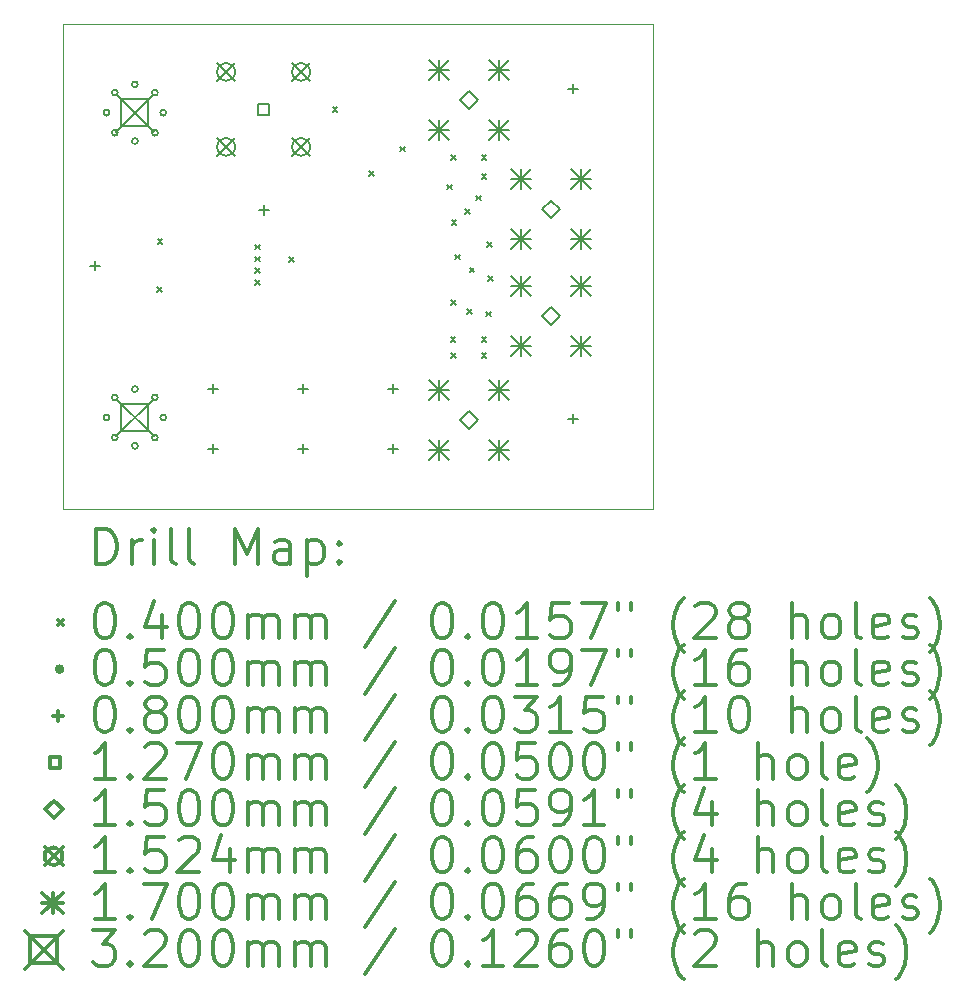
<source format=gbr>
%FSLAX45Y45*%
G04 Gerber Fmt 4.5, Leading zero omitted, Abs format (unit mm)*
G04 Created by KiCad (PCBNEW (5.1.12)-1) date 2021-12-16 18:12:19*
%MOMM*%
%LPD*%
G01*
G04 APERTURE LIST*
%TA.AperFunction,Profile*%
%ADD10C,0.050000*%
%TD*%
%ADD11C,0.200000*%
%ADD12C,0.300000*%
G04 APERTURE END LIST*
D10*
X9700000Y-9700000D02*
X9700000Y-5600000D01*
X14700000Y-9700000D02*
X9700000Y-9700000D01*
X14700000Y-5600000D02*
X14700000Y-9700000D01*
X9700000Y-5600000D02*
X14700000Y-5600000D01*
D11*
X10500420Y-7823260D02*
X10540420Y-7863260D01*
X10540420Y-7823260D02*
X10500420Y-7863260D01*
X10502960Y-7416860D02*
X10542960Y-7456860D01*
X10542960Y-7416860D02*
X10502960Y-7456860D01*
X11325920Y-7465000D02*
X11365920Y-7505000D01*
X11365920Y-7465000D02*
X11325920Y-7505000D01*
X11325920Y-7565000D02*
X11365920Y-7605000D01*
X11365920Y-7565000D02*
X11325920Y-7605000D01*
X11325920Y-7665780D02*
X11365920Y-7705780D01*
X11365920Y-7665780D02*
X11325920Y-7705780D01*
X11325920Y-7767380D02*
X11365920Y-7807380D01*
X11365920Y-7767380D02*
X11325920Y-7807380D01*
X11615480Y-7569260D02*
X11655480Y-7609260D01*
X11655480Y-7569260D02*
X11615480Y-7609260D01*
X11983780Y-6299260D02*
X12023780Y-6339260D01*
X12023780Y-6299260D02*
X11983780Y-6339260D01*
X12296200Y-6842820D02*
X12336200Y-6882820D01*
X12336200Y-6842820D02*
X12296200Y-6882820D01*
X12557820Y-6634540D02*
X12597820Y-6674540D01*
X12597820Y-6634540D02*
X12557820Y-6674540D01*
X12952614Y-6956279D02*
X12992614Y-6996279D01*
X12992614Y-6956279D02*
X12952614Y-6996279D01*
X12983091Y-8245515D02*
X13023091Y-8285515D01*
X13023091Y-8245515D02*
X12983091Y-8285515D01*
X12986620Y-6704955D02*
X13026620Y-6744955D01*
X13026620Y-6704955D02*
X12986620Y-6744955D01*
X12986620Y-8381459D02*
X13026620Y-8421459D01*
X13026620Y-8381459D02*
X12986620Y-8421459D01*
X12990000Y-7935000D02*
X13030000Y-7975000D01*
X13030000Y-7935000D02*
X12990000Y-7975000D01*
X12992311Y-7254512D02*
X13032311Y-7294512D01*
X13032311Y-7254512D02*
X12992311Y-7294512D01*
X13022675Y-7549029D02*
X13062675Y-7589029D01*
X13062675Y-7549029D02*
X13022675Y-7589029D01*
X13105733Y-7162014D02*
X13145733Y-7202014D01*
X13145733Y-7162014D02*
X13105733Y-7202014D01*
X13120947Y-8012370D02*
X13160947Y-8052370D01*
X13160947Y-8012370D02*
X13120947Y-8052370D01*
X13145000Y-7660000D02*
X13185000Y-7700000D01*
X13185000Y-7660000D02*
X13145000Y-7700000D01*
X13198965Y-7049150D02*
X13238965Y-7089150D01*
X13238965Y-7049150D02*
X13198965Y-7089150D01*
X13246039Y-8245437D02*
X13286039Y-8285437D01*
X13286039Y-8245437D02*
X13246039Y-8285437D01*
X13246620Y-6704955D02*
X13286620Y-6744955D01*
X13286620Y-6704955D02*
X13246620Y-6744955D01*
X13246620Y-6867280D02*
X13286620Y-6907280D01*
X13286620Y-6867280D02*
X13246620Y-6907280D01*
X13246620Y-8381737D02*
X13286620Y-8421737D01*
X13286620Y-8381737D02*
X13246620Y-8421737D01*
X13282713Y-8031391D02*
X13322713Y-8071391D01*
X13322713Y-8031391D02*
X13282713Y-8071391D01*
X13292110Y-7444474D02*
X13332110Y-7484474D01*
X13332110Y-7444474D02*
X13292110Y-7484474D01*
X13299023Y-7732468D02*
X13339023Y-7772468D01*
X13339023Y-7732468D02*
X13299023Y-7772468D01*
X10094600Y-6347200D02*
G75*
G03*
X10094600Y-6347200I-25000J0D01*
G01*
X10094600Y-8927840D02*
G75*
G03*
X10094600Y-8927840I-25000J0D01*
G01*
X10164894Y-6177494D02*
G75*
G03*
X10164894Y-6177494I-25000J0D01*
G01*
X10164894Y-6516906D02*
G75*
G03*
X10164894Y-6516906I-25000J0D01*
G01*
X10164894Y-8758134D02*
G75*
G03*
X10164894Y-8758134I-25000J0D01*
G01*
X10164894Y-9097546D02*
G75*
G03*
X10164894Y-9097546I-25000J0D01*
G01*
X10334600Y-6107200D02*
G75*
G03*
X10334600Y-6107200I-25000J0D01*
G01*
X10334600Y-6587200D02*
G75*
G03*
X10334600Y-6587200I-25000J0D01*
G01*
X10334600Y-8687840D02*
G75*
G03*
X10334600Y-8687840I-25000J0D01*
G01*
X10334600Y-9167840D02*
G75*
G03*
X10334600Y-9167840I-25000J0D01*
G01*
X10504306Y-6177494D02*
G75*
G03*
X10504306Y-6177494I-25000J0D01*
G01*
X10504306Y-6516906D02*
G75*
G03*
X10504306Y-6516906I-25000J0D01*
G01*
X10504306Y-8758134D02*
G75*
G03*
X10504306Y-8758134I-25000J0D01*
G01*
X10504306Y-9097546D02*
G75*
G03*
X10504306Y-9097546I-25000J0D01*
G01*
X10574600Y-6347200D02*
G75*
G03*
X10574600Y-6347200I-25000J0D01*
G01*
X10574600Y-8927840D02*
G75*
G03*
X10574600Y-8927840I-25000J0D01*
G01*
X9971780Y-7602600D02*
X9971780Y-7682600D01*
X9931780Y-7642600D02*
X10011780Y-7642600D01*
X10970000Y-8644000D02*
X10970000Y-8724000D01*
X10930000Y-8684000D02*
X11010000Y-8684000D01*
X10970000Y-9152000D02*
X10970000Y-9232000D01*
X10930000Y-9192000D02*
X11010000Y-9192000D01*
X11401800Y-7132700D02*
X11401800Y-7212700D01*
X11361800Y-7172700D02*
X11441800Y-7172700D01*
X11732000Y-8644000D02*
X11732000Y-8724000D01*
X11692000Y-8684000D02*
X11772000Y-8684000D01*
X11732000Y-9152000D02*
X11732000Y-9232000D01*
X11692000Y-9192000D02*
X11772000Y-9192000D01*
X12494000Y-8644000D02*
X12494000Y-8724000D01*
X12454000Y-8684000D02*
X12534000Y-8684000D01*
X12494000Y-9152000D02*
X12494000Y-9232000D01*
X12454000Y-9192000D02*
X12534000Y-9192000D01*
X14018000Y-6104000D02*
X14018000Y-6184000D01*
X13978000Y-6144000D02*
X14058000Y-6144000D01*
X14018000Y-8898000D02*
X14018000Y-8978000D01*
X13978000Y-8938000D02*
X14058000Y-8938000D01*
X11444162Y-6364162D02*
X11444162Y-6274358D01*
X11354358Y-6274358D01*
X11354358Y-6364162D01*
X11444162Y-6364162D01*
X13136620Y-6312980D02*
X13211620Y-6237980D01*
X13136620Y-6162980D01*
X13061620Y-6237980D01*
X13136620Y-6312980D01*
X13136620Y-9021980D02*
X13211620Y-8946980D01*
X13136620Y-8871980D01*
X13061620Y-8946980D01*
X13136620Y-9021980D01*
X13834320Y-7241280D02*
X13909320Y-7166280D01*
X13834320Y-7091280D01*
X13759320Y-7166280D01*
X13834320Y-7241280D01*
X13834320Y-8142980D02*
X13909320Y-8067980D01*
X13834320Y-7992980D01*
X13759320Y-8067980D01*
X13834320Y-8142980D01*
X11005560Y-5925560D02*
X11157960Y-6077960D01*
X11157960Y-5925560D02*
X11005560Y-6077960D01*
X11157960Y-6001760D02*
G75*
G03*
X11157960Y-6001760I-76200J0D01*
G01*
X11005560Y-6560560D02*
X11157960Y-6712960D01*
X11157960Y-6560560D02*
X11005560Y-6712960D01*
X11157960Y-6636760D02*
G75*
G03*
X11157960Y-6636760I-76200J0D01*
G01*
X11640560Y-5925560D02*
X11792960Y-6077960D01*
X11792960Y-5925560D02*
X11640560Y-6077960D01*
X11792960Y-6001760D02*
G75*
G03*
X11792960Y-6001760I-76200J0D01*
G01*
X11640560Y-6560560D02*
X11792960Y-6712960D01*
X11792960Y-6560560D02*
X11640560Y-6712960D01*
X11792960Y-6636760D02*
G75*
G03*
X11792960Y-6636760I-76200J0D01*
G01*
X12797620Y-5898980D02*
X12967620Y-6068980D01*
X12967620Y-5898980D02*
X12797620Y-6068980D01*
X12882620Y-5898980D02*
X12882620Y-6068980D01*
X12797620Y-5983980D02*
X12967620Y-5983980D01*
X12797620Y-6406980D02*
X12967620Y-6576980D01*
X12967620Y-6406980D02*
X12797620Y-6576980D01*
X12882620Y-6406980D02*
X12882620Y-6576980D01*
X12797620Y-6491980D02*
X12967620Y-6491980D01*
X12797620Y-8607980D02*
X12967620Y-8777980D01*
X12967620Y-8607980D02*
X12797620Y-8777980D01*
X12882620Y-8607980D02*
X12882620Y-8777980D01*
X12797620Y-8692980D02*
X12967620Y-8692980D01*
X12797620Y-9115980D02*
X12967620Y-9285980D01*
X12967620Y-9115980D02*
X12797620Y-9285980D01*
X12882620Y-9115980D02*
X12882620Y-9285980D01*
X12797620Y-9200980D02*
X12967620Y-9200980D01*
X13305620Y-5898980D02*
X13475620Y-6068980D01*
X13475620Y-5898980D02*
X13305620Y-6068980D01*
X13390620Y-5898980D02*
X13390620Y-6068980D01*
X13305620Y-5983980D02*
X13475620Y-5983980D01*
X13305620Y-6406980D02*
X13475620Y-6576980D01*
X13475620Y-6406980D02*
X13305620Y-6576980D01*
X13390620Y-6406980D02*
X13390620Y-6576980D01*
X13305620Y-6491980D02*
X13475620Y-6491980D01*
X13305620Y-8607980D02*
X13475620Y-8777980D01*
X13475620Y-8607980D02*
X13305620Y-8777980D01*
X13390620Y-8607980D02*
X13390620Y-8777980D01*
X13305620Y-8692980D02*
X13475620Y-8692980D01*
X13305620Y-9115980D02*
X13475620Y-9285980D01*
X13475620Y-9115980D02*
X13305620Y-9285980D01*
X13390620Y-9115980D02*
X13390620Y-9285980D01*
X13305620Y-9200980D02*
X13475620Y-9200980D01*
X13495320Y-6827280D02*
X13665320Y-6997280D01*
X13665320Y-6827280D02*
X13495320Y-6997280D01*
X13580320Y-6827280D02*
X13580320Y-6997280D01*
X13495320Y-6912280D02*
X13665320Y-6912280D01*
X13495320Y-7335280D02*
X13665320Y-7505280D01*
X13665320Y-7335280D02*
X13495320Y-7505280D01*
X13580320Y-7335280D02*
X13580320Y-7505280D01*
X13495320Y-7420280D02*
X13665320Y-7420280D01*
X13495320Y-7728980D02*
X13665320Y-7898980D01*
X13665320Y-7728980D02*
X13495320Y-7898980D01*
X13580320Y-7728980D02*
X13580320Y-7898980D01*
X13495320Y-7813980D02*
X13665320Y-7813980D01*
X13495320Y-8236980D02*
X13665320Y-8406980D01*
X13665320Y-8236980D02*
X13495320Y-8406980D01*
X13580320Y-8236980D02*
X13580320Y-8406980D01*
X13495320Y-8321980D02*
X13665320Y-8321980D01*
X14003320Y-6827280D02*
X14173320Y-6997280D01*
X14173320Y-6827280D02*
X14003320Y-6997280D01*
X14088320Y-6827280D02*
X14088320Y-6997280D01*
X14003320Y-6912280D02*
X14173320Y-6912280D01*
X14003320Y-7335280D02*
X14173320Y-7505280D01*
X14173320Y-7335280D02*
X14003320Y-7505280D01*
X14088320Y-7335280D02*
X14088320Y-7505280D01*
X14003320Y-7420280D02*
X14173320Y-7420280D01*
X14003320Y-7728980D02*
X14173320Y-7898980D01*
X14173320Y-7728980D02*
X14003320Y-7898980D01*
X14088320Y-7728980D02*
X14088320Y-7898980D01*
X14003320Y-7813980D02*
X14173320Y-7813980D01*
X14003320Y-8236980D02*
X14173320Y-8406980D01*
X14173320Y-8236980D02*
X14003320Y-8406980D01*
X14088320Y-8236980D02*
X14088320Y-8406980D01*
X14003320Y-8321980D02*
X14173320Y-8321980D01*
X10149600Y-6187200D02*
X10469600Y-6507200D01*
X10469600Y-6187200D02*
X10149600Y-6507200D01*
X10422738Y-6460338D02*
X10422738Y-6234062D01*
X10196462Y-6234062D01*
X10196462Y-6460338D01*
X10422738Y-6460338D01*
X10149600Y-8767840D02*
X10469600Y-9087840D01*
X10469600Y-8767840D02*
X10149600Y-9087840D01*
X10422738Y-9040978D02*
X10422738Y-8814702D01*
X10196462Y-8814702D01*
X10196462Y-9040978D01*
X10422738Y-9040978D01*
D12*
X9983928Y-10168214D02*
X9983928Y-9868214D01*
X10055357Y-9868214D01*
X10098214Y-9882500D01*
X10126786Y-9911072D01*
X10141071Y-9939643D01*
X10155357Y-9996786D01*
X10155357Y-10039643D01*
X10141071Y-10096786D01*
X10126786Y-10125357D01*
X10098214Y-10153929D01*
X10055357Y-10168214D01*
X9983928Y-10168214D01*
X10283928Y-10168214D02*
X10283928Y-9968214D01*
X10283928Y-10025357D02*
X10298214Y-9996786D01*
X10312500Y-9982500D01*
X10341071Y-9968214D01*
X10369643Y-9968214D01*
X10469643Y-10168214D02*
X10469643Y-9968214D01*
X10469643Y-9868214D02*
X10455357Y-9882500D01*
X10469643Y-9896786D01*
X10483928Y-9882500D01*
X10469643Y-9868214D01*
X10469643Y-9896786D01*
X10655357Y-10168214D02*
X10626786Y-10153929D01*
X10612500Y-10125357D01*
X10612500Y-9868214D01*
X10812500Y-10168214D02*
X10783928Y-10153929D01*
X10769643Y-10125357D01*
X10769643Y-9868214D01*
X11155357Y-10168214D02*
X11155357Y-9868214D01*
X11255357Y-10082500D01*
X11355357Y-9868214D01*
X11355357Y-10168214D01*
X11626786Y-10168214D02*
X11626786Y-10011072D01*
X11612500Y-9982500D01*
X11583928Y-9968214D01*
X11526786Y-9968214D01*
X11498214Y-9982500D01*
X11626786Y-10153929D02*
X11598214Y-10168214D01*
X11526786Y-10168214D01*
X11498214Y-10153929D01*
X11483928Y-10125357D01*
X11483928Y-10096786D01*
X11498214Y-10068214D01*
X11526786Y-10053929D01*
X11598214Y-10053929D01*
X11626786Y-10039643D01*
X11769643Y-9968214D02*
X11769643Y-10268214D01*
X11769643Y-9982500D02*
X11798214Y-9968214D01*
X11855357Y-9968214D01*
X11883928Y-9982500D01*
X11898214Y-9996786D01*
X11912500Y-10025357D01*
X11912500Y-10111072D01*
X11898214Y-10139643D01*
X11883928Y-10153929D01*
X11855357Y-10168214D01*
X11798214Y-10168214D01*
X11769643Y-10153929D01*
X12041071Y-10139643D02*
X12055357Y-10153929D01*
X12041071Y-10168214D01*
X12026786Y-10153929D01*
X12041071Y-10139643D01*
X12041071Y-10168214D01*
X12041071Y-9982500D02*
X12055357Y-9996786D01*
X12041071Y-10011072D01*
X12026786Y-9996786D01*
X12041071Y-9982500D01*
X12041071Y-10011072D01*
X9657500Y-10642500D02*
X9697500Y-10682500D01*
X9697500Y-10642500D02*
X9657500Y-10682500D01*
X10041071Y-10498214D02*
X10069643Y-10498214D01*
X10098214Y-10512500D01*
X10112500Y-10526786D01*
X10126786Y-10555357D01*
X10141071Y-10612500D01*
X10141071Y-10683929D01*
X10126786Y-10741072D01*
X10112500Y-10769643D01*
X10098214Y-10783929D01*
X10069643Y-10798214D01*
X10041071Y-10798214D01*
X10012500Y-10783929D01*
X9998214Y-10769643D01*
X9983928Y-10741072D01*
X9969643Y-10683929D01*
X9969643Y-10612500D01*
X9983928Y-10555357D01*
X9998214Y-10526786D01*
X10012500Y-10512500D01*
X10041071Y-10498214D01*
X10269643Y-10769643D02*
X10283928Y-10783929D01*
X10269643Y-10798214D01*
X10255357Y-10783929D01*
X10269643Y-10769643D01*
X10269643Y-10798214D01*
X10541071Y-10598214D02*
X10541071Y-10798214D01*
X10469643Y-10483929D02*
X10398214Y-10698214D01*
X10583928Y-10698214D01*
X10755357Y-10498214D02*
X10783928Y-10498214D01*
X10812500Y-10512500D01*
X10826786Y-10526786D01*
X10841071Y-10555357D01*
X10855357Y-10612500D01*
X10855357Y-10683929D01*
X10841071Y-10741072D01*
X10826786Y-10769643D01*
X10812500Y-10783929D01*
X10783928Y-10798214D01*
X10755357Y-10798214D01*
X10726786Y-10783929D01*
X10712500Y-10769643D01*
X10698214Y-10741072D01*
X10683928Y-10683929D01*
X10683928Y-10612500D01*
X10698214Y-10555357D01*
X10712500Y-10526786D01*
X10726786Y-10512500D01*
X10755357Y-10498214D01*
X11041071Y-10498214D02*
X11069643Y-10498214D01*
X11098214Y-10512500D01*
X11112500Y-10526786D01*
X11126786Y-10555357D01*
X11141071Y-10612500D01*
X11141071Y-10683929D01*
X11126786Y-10741072D01*
X11112500Y-10769643D01*
X11098214Y-10783929D01*
X11069643Y-10798214D01*
X11041071Y-10798214D01*
X11012500Y-10783929D01*
X10998214Y-10769643D01*
X10983928Y-10741072D01*
X10969643Y-10683929D01*
X10969643Y-10612500D01*
X10983928Y-10555357D01*
X10998214Y-10526786D01*
X11012500Y-10512500D01*
X11041071Y-10498214D01*
X11269643Y-10798214D02*
X11269643Y-10598214D01*
X11269643Y-10626786D02*
X11283928Y-10612500D01*
X11312500Y-10598214D01*
X11355357Y-10598214D01*
X11383928Y-10612500D01*
X11398214Y-10641072D01*
X11398214Y-10798214D01*
X11398214Y-10641072D02*
X11412500Y-10612500D01*
X11441071Y-10598214D01*
X11483928Y-10598214D01*
X11512500Y-10612500D01*
X11526786Y-10641072D01*
X11526786Y-10798214D01*
X11669643Y-10798214D02*
X11669643Y-10598214D01*
X11669643Y-10626786D02*
X11683928Y-10612500D01*
X11712500Y-10598214D01*
X11755357Y-10598214D01*
X11783928Y-10612500D01*
X11798214Y-10641072D01*
X11798214Y-10798214D01*
X11798214Y-10641072D02*
X11812500Y-10612500D01*
X11841071Y-10598214D01*
X11883928Y-10598214D01*
X11912500Y-10612500D01*
X11926786Y-10641072D01*
X11926786Y-10798214D01*
X12512500Y-10483929D02*
X12255357Y-10869643D01*
X12898214Y-10498214D02*
X12926786Y-10498214D01*
X12955357Y-10512500D01*
X12969643Y-10526786D01*
X12983928Y-10555357D01*
X12998214Y-10612500D01*
X12998214Y-10683929D01*
X12983928Y-10741072D01*
X12969643Y-10769643D01*
X12955357Y-10783929D01*
X12926786Y-10798214D01*
X12898214Y-10798214D01*
X12869643Y-10783929D01*
X12855357Y-10769643D01*
X12841071Y-10741072D01*
X12826786Y-10683929D01*
X12826786Y-10612500D01*
X12841071Y-10555357D01*
X12855357Y-10526786D01*
X12869643Y-10512500D01*
X12898214Y-10498214D01*
X13126786Y-10769643D02*
X13141071Y-10783929D01*
X13126786Y-10798214D01*
X13112500Y-10783929D01*
X13126786Y-10769643D01*
X13126786Y-10798214D01*
X13326786Y-10498214D02*
X13355357Y-10498214D01*
X13383928Y-10512500D01*
X13398214Y-10526786D01*
X13412500Y-10555357D01*
X13426786Y-10612500D01*
X13426786Y-10683929D01*
X13412500Y-10741072D01*
X13398214Y-10769643D01*
X13383928Y-10783929D01*
X13355357Y-10798214D01*
X13326786Y-10798214D01*
X13298214Y-10783929D01*
X13283928Y-10769643D01*
X13269643Y-10741072D01*
X13255357Y-10683929D01*
X13255357Y-10612500D01*
X13269643Y-10555357D01*
X13283928Y-10526786D01*
X13298214Y-10512500D01*
X13326786Y-10498214D01*
X13712500Y-10798214D02*
X13541071Y-10798214D01*
X13626786Y-10798214D02*
X13626786Y-10498214D01*
X13598214Y-10541072D01*
X13569643Y-10569643D01*
X13541071Y-10583929D01*
X13983928Y-10498214D02*
X13841071Y-10498214D01*
X13826786Y-10641072D01*
X13841071Y-10626786D01*
X13869643Y-10612500D01*
X13941071Y-10612500D01*
X13969643Y-10626786D01*
X13983928Y-10641072D01*
X13998214Y-10669643D01*
X13998214Y-10741072D01*
X13983928Y-10769643D01*
X13969643Y-10783929D01*
X13941071Y-10798214D01*
X13869643Y-10798214D01*
X13841071Y-10783929D01*
X13826786Y-10769643D01*
X14098214Y-10498214D02*
X14298214Y-10498214D01*
X14169643Y-10798214D01*
X14398214Y-10498214D02*
X14398214Y-10555357D01*
X14512500Y-10498214D02*
X14512500Y-10555357D01*
X14955357Y-10912500D02*
X14941071Y-10898214D01*
X14912500Y-10855357D01*
X14898214Y-10826786D01*
X14883928Y-10783929D01*
X14869643Y-10712500D01*
X14869643Y-10655357D01*
X14883928Y-10583929D01*
X14898214Y-10541072D01*
X14912500Y-10512500D01*
X14941071Y-10469643D01*
X14955357Y-10455357D01*
X15055357Y-10526786D02*
X15069643Y-10512500D01*
X15098214Y-10498214D01*
X15169643Y-10498214D01*
X15198214Y-10512500D01*
X15212500Y-10526786D01*
X15226786Y-10555357D01*
X15226786Y-10583929D01*
X15212500Y-10626786D01*
X15041071Y-10798214D01*
X15226786Y-10798214D01*
X15398214Y-10626786D02*
X15369643Y-10612500D01*
X15355357Y-10598214D01*
X15341071Y-10569643D01*
X15341071Y-10555357D01*
X15355357Y-10526786D01*
X15369643Y-10512500D01*
X15398214Y-10498214D01*
X15455357Y-10498214D01*
X15483928Y-10512500D01*
X15498214Y-10526786D01*
X15512500Y-10555357D01*
X15512500Y-10569643D01*
X15498214Y-10598214D01*
X15483928Y-10612500D01*
X15455357Y-10626786D01*
X15398214Y-10626786D01*
X15369643Y-10641072D01*
X15355357Y-10655357D01*
X15341071Y-10683929D01*
X15341071Y-10741072D01*
X15355357Y-10769643D01*
X15369643Y-10783929D01*
X15398214Y-10798214D01*
X15455357Y-10798214D01*
X15483928Y-10783929D01*
X15498214Y-10769643D01*
X15512500Y-10741072D01*
X15512500Y-10683929D01*
X15498214Y-10655357D01*
X15483928Y-10641072D01*
X15455357Y-10626786D01*
X15869643Y-10798214D02*
X15869643Y-10498214D01*
X15998214Y-10798214D02*
X15998214Y-10641072D01*
X15983928Y-10612500D01*
X15955357Y-10598214D01*
X15912500Y-10598214D01*
X15883928Y-10612500D01*
X15869643Y-10626786D01*
X16183928Y-10798214D02*
X16155357Y-10783929D01*
X16141071Y-10769643D01*
X16126786Y-10741072D01*
X16126786Y-10655357D01*
X16141071Y-10626786D01*
X16155357Y-10612500D01*
X16183928Y-10598214D01*
X16226786Y-10598214D01*
X16255357Y-10612500D01*
X16269643Y-10626786D01*
X16283928Y-10655357D01*
X16283928Y-10741072D01*
X16269643Y-10769643D01*
X16255357Y-10783929D01*
X16226786Y-10798214D01*
X16183928Y-10798214D01*
X16455357Y-10798214D02*
X16426786Y-10783929D01*
X16412500Y-10755357D01*
X16412500Y-10498214D01*
X16683928Y-10783929D02*
X16655357Y-10798214D01*
X16598214Y-10798214D01*
X16569643Y-10783929D01*
X16555357Y-10755357D01*
X16555357Y-10641072D01*
X16569643Y-10612500D01*
X16598214Y-10598214D01*
X16655357Y-10598214D01*
X16683928Y-10612500D01*
X16698214Y-10641072D01*
X16698214Y-10669643D01*
X16555357Y-10698214D01*
X16812500Y-10783929D02*
X16841071Y-10798214D01*
X16898214Y-10798214D01*
X16926786Y-10783929D01*
X16941071Y-10755357D01*
X16941071Y-10741072D01*
X16926786Y-10712500D01*
X16898214Y-10698214D01*
X16855357Y-10698214D01*
X16826786Y-10683929D01*
X16812500Y-10655357D01*
X16812500Y-10641072D01*
X16826786Y-10612500D01*
X16855357Y-10598214D01*
X16898214Y-10598214D01*
X16926786Y-10612500D01*
X17041071Y-10912500D02*
X17055357Y-10898214D01*
X17083928Y-10855357D01*
X17098214Y-10826786D01*
X17112500Y-10783929D01*
X17126786Y-10712500D01*
X17126786Y-10655357D01*
X17112500Y-10583929D01*
X17098214Y-10541072D01*
X17083928Y-10512500D01*
X17055357Y-10469643D01*
X17041071Y-10455357D01*
X9697500Y-11058500D02*
G75*
G03*
X9697500Y-11058500I-25000J0D01*
G01*
X10041071Y-10894214D02*
X10069643Y-10894214D01*
X10098214Y-10908500D01*
X10112500Y-10922786D01*
X10126786Y-10951357D01*
X10141071Y-11008500D01*
X10141071Y-11079929D01*
X10126786Y-11137072D01*
X10112500Y-11165643D01*
X10098214Y-11179929D01*
X10069643Y-11194214D01*
X10041071Y-11194214D01*
X10012500Y-11179929D01*
X9998214Y-11165643D01*
X9983928Y-11137072D01*
X9969643Y-11079929D01*
X9969643Y-11008500D01*
X9983928Y-10951357D01*
X9998214Y-10922786D01*
X10012500Y-10908500D01*
X10041071Y-10894214D01*
X10269643Y-11165643D02*
X10283928Y-11179929D01*
X10269643Y-11194214D01*
X10255357Y-11179929D01*
X10269643Y-11165643D01*
X10269643Y-11194214D01*
X10555357Y-10894214D02*
X10412500Y-10894214D01*
X10398214Y-11037072D01*
X10412500Y-11022786D01*
X10441071Y-11008500D01*
X10512500Y-11008500D01*
X10541071Y-11022786D01*
X10555357Y-11037072D01*
X10569643Y-11065643D01*
X10569643Y-11137072D01*
X10555357Y-11165643D01*
X10541071Y-11179929D01*
X10512500Y-11194214D01*
X10441071Y-11194214D01*
X10412500Y-11179929D01*
X10398214Y-11165643D01*
X10755357Y-10894214D02*
X10783928Y-10894214D01*
X10812500Y-10908500D01*
X10826786Y-10922786D01*
X10841071Y-10951357D01*
X10855357Y-11008500D01*
X10855357Y-11079929D01*
X10841071Y-11137072D01*
X10826786Y-11165643D01*
X10812500Y-11179929D01*
X10783928Y-11194214D01*
X10755357Y-11194214D01*
X10726786Y-11179929D01*
X10712500Y-11165643D01*
X10698214Y-11137072D01*
X10683928Y-11079929D01*
X10683928Y-11008500D01*
X10698214Y-10951357D01*
X10712500Y-10922786D01*
X10726786Y-10908500D01*
X10755357Y-10894214D01*
X11041071Y-10894214D02*
X11069643Y-10894214D01*
X11098214Y-10908500D01*
X11112500Y-10922786D01*
X11126786Y-10951357D01*
X11141071Y-11008500D01*
X11141071Y-11079929D01*
X11126786Y-11137072D01*
X11112500Y-11165643D01*
X11098214Y-11179929D01*
X11069643Y-11194214D01*
X11041071Y-11194214D01*
X11012500Y-11179929D01*
X10998214Y-11165643D01*
X10983928Y-11137072D01*
X10969643Y-11079929D01*
X10969643Y-11008500D01*
X10983928Y-10951357D01*
X10998214Y-10922786D01*
X11012500Y-10908500D01*
X11041071Y-10894214D01*
X11269643Y-11194214D02*
X11269643Y-10994214D01*
X11269643Y-11022786D02*
X11283928Y-11008500D01*
X11312500Y-10994214D01*
X11355357Y-10994214D01*
X11383928Y-11008500D01*
X11398214Y-11037072D01*
X11398214Y-11194214D01*
X11398214Y-11037072D02*
X11412500Y-11008500D01*
X11441071Y-10994214D01*
X11483928Y-10994214D01*
X11512500Y-11008500D01*
X11526786Y-11037072D01*
X11526786Y-11194214D01*
X11669643Y-11194214D02*
X11669643Y-10994214D01*
X11669643Y-11022786D02*
X11683928Y-11008500D01*
X11712500Y-10994214D01*
X11755357Y-10994214D01*
X11783928Y-11008500D01*
X11798214Y-11037072D01*
X11798214Y-11194214D01*
X11798214Y-11037072D02*
X11812500Y-11008500D01*
X11841071Y-10994214D01*
X11883928Y-10994214D01*
X11912500Y-11008500D01*
X11926786Y-11037072D01*
X11926786Y-11194214D01*
X12512500Y-10879929D02*
X12255357Y-11265643D01*
X12898214Y-10894214D02*
X12926786Y-10894214D01*
X12955357Y-10908500D01*
X12969643Y-10922786D01*
X12983928Y-10951357D01*
X12998214Y-11008500D01*
X12998214Y-11079929D01*
X12983928Y-11137072D01*
X12969643Y-11165643D01*
X12955357Y-11179929D01*
X12926786Y-11194214D01*
X12898214Y-11194214D01*
X12869643Y-11179929D01*
X12855357Y-11165643D01*
X12841071Y-11137072D01*
X12826786Y-11079929D01*
X12826786Y-11008500D01*
X12841071Y-10951357D01*
X12855357Y-10922786D01*
X12869643Y-10908500D01*
X12898214Y-10894214D01*
X13126786Y-11165643D02*
X13141071Y-11179929D01*
X13126786Y-11194214D01*
X13112500Y-11179929D01*
X13126786Y-11165643D01*
X13126786Y-11194214D01*
X13326786Y-10894214D02*
X13355357Y-10894214D01*
X13383928Y-10908500D01*
X13398214Y-10922786D01*
X13412500Y-10951357D01*
X13426786Y-11008500D01*
X13426786Y-11079929D01*
X13412500Y-11137072D01*
X13398214Y-11165643D01*
X13383928Y-11179929D01*
X13355357Y-11194214D01*
X13326786Y-11194214D01*
X13298214Y-11179929D01*
X13283928Y-11165643D01*
X13269643Y-11137072D01*
X13255357Y-11079929D01*
X13255357Y-11008500D01*
X13269643Y-10951357D01*
X13283928Y-10922786D01*
X13298214Y-10908500D01*
X13326786Y-10894214D01*
X13712500Y-11194214D02*
X13541071Y-11194214D01*
X13626786Y-11194214D02*
X13626786Y-10894214D01*
X13598214Y-10937072D01*
X13569643Y-10965643D01*
X13541071Y-10979929D01*
X13855357Y-11194214D02*
X13912500Y-11194214D01*
X13941071Y-11179929D01*
X13955357Y-11165643D01*
X13983928Y-11122786D01*
X13998214Y-11065643D01*
X13998214Y-10951357D01*
X13983928Y-10922786D01*
X13969643Y-10908500D01*
X13941071Y-10894214D01*
X13883928Y-10894214D01*
X13855357Y-10908500D01*
X13841071Y-10922786D01*
X13826786Y-10951357D01*
X13826786Y-11022786D01*
X13841071Y-11051357D01*
X13855357Y-11065643D01*
X13883928Y-11079929D01*
X13941071Y-11079929D01*
X13969643Y-11065643D01*
X13983928Y-11051357D01*
X13998214Y-11022786D01*
X14098214Y-10894214D02*
X14298214Y-10894214D01*
X14169643Y-11194214D01*
X14398214Y-10894214D02*
X14398214Y-10951357D01*
X14512500Y-10894214D02*
X14512500Y-10951357D01*
X14955357Y-11308500D02*
X14941071Y-11294214D01*
X14912500Y-11251357D01*
X14898214Y-11222786D01*
X14883928Y-11179929D01*
X14869643Y-11108500D01*
X14869643Y-11051357D01*
X14883928Y-10979929D01*
X14898214Y-10937072D01*
X14912500Y-10908500D01*
X14941071Y-10865643D01*
X14955357Y-10851357D01*
X15226786Y-11194214D02*
X15055357Y-11194214D01*
X15141071Y-11194214D02*
X15141071Y-10894214D01*
X15112500Y-10937072D01*
X15083928Y-10965643D01*
X15055357Y-10979929D01*
X15483928Y-10894214D02*
X15426786Y-10894214D01*
X15398214Y-10908500D01*
X15383928Y-10922786D01*
X15355357Y-10965643D01*
X15341071Y-11022786D01*
X15341071Y-11137072D01*
X15355357Y-11165643D01*
X15369643Y-11179929D01*
X15398214Y-11194214D01*
X15455357Y-11194214D01*
X15483928Y-11179929D01*
X15498214Y-11165643D01*
X15512500Y-11137072D01*
X15512500Y-11065643D01*
X15498214Y-11037072D01*
X15483928Y-11022786D01*
X15455357Y-11008500D01*
X15398214Y-11008500D01*
X15369643Y-11022786D01*
X15355357Y-11037072D01*
X15341071Y-11065643D01*
X15869643Y-11194214D02*
X15869643Y-10894214D01*
X15998214Y-11194214D02*
X15998214Y-11037072D01*
X15983928Y-11008500D01*
X15955357Y-10994214D01*
X15912500Y-10994214D01*
X15883928Y-11008500D01*
X15869643Y-11022786D01*
X16183928Y-11194214D02*
X16155357Y-11179929D01*
X16141071Y-11165643D01*
X16126786Y-11137072D01*
X16126786Y-11051357D01*
X16141071Y-11022786D01*
X16155357Y-11008500D01*
X16183928Y-10994214D01*
X16226786Y-10994214D01*
X16255357Y-11008500D01*
X16269643Y-11022786D01*
X16283928Y-11051357D01*
X16283928Y-11137072D01*
X16269643Y-11165643D01*
X16255357Y-11179929D01*
X16226786Y-11194214D01*
X16183928Y-11194214D01*
X16455357Y-11194214D02*
X16426786Y-11179929D01*
X16412500Y-11151357D01*
X16412500Y-10894214D01*
X16683928Y-11179929D02*
X16655357Y-11194214D01*
X16598214Y-11194214D01*
X16569643Y-11179929D01*
X16555357Y-11151357D01*
X16555357Y-11037072D01*
X16569643Y-11008500D01*
X16598214Y-10994214D01*
X16655357Y-10994214D01*
X16683928Y-11008500D01*
X16698214Y-11037072D01*
X16698214Y-11065643D01*
X16555357Y-11094214D01*
X16812500Y-11179929D02*
X16841071Y-11194214D01*
X16898214Y-11194214D01*
X16926786Y-11179929D01*
X16941071Y-11151357D01*
X16941071Y-11137072D01*
X16926786Y-11108500D01*
X16898214Y-11094214D01*
X16855357Y-11094214D01*
X16826786Y-11079929D01*
X16812500Y-11051357D01*
X16812500Y-11037072D01*
X16826786Y-11008500D01*
X16855357Y-10994214D01*
X16898214Y-10994214D01*
X16926786Y-11008500D01*
X17041071Y-11308500D02*
X17055357Y-11294214D01*
X17083928Y-11251357D01*
X17098214Y-11222786D01*
X17112500Y-11179929D01*
X17126786Y-11108500D01*
X17126786Y-11051357D01*
X17112500Y-10979929D01*
X17098214Y-10937072D01*
X17083928Y-10908500D01*
X17055357Y-10865643D01*
X17041071Y-10851357D01*
X9657500Y-11414500D02*
X9657500Y-11494500D01*
X9617500Y-11454500D02*
X9697500Y-11454500D01*
X10041071Y-11290214D02*
X10069643Y-11290214D01*
X10098214Y-11304500D01*
X10112500Y-11318786D01*
X10126786Y-11347357D01*
X10141071Y-11404500D01*
X10141071Y-11475929D01*
X10126786Y-11533071D01*
X10112500Y-11561643D01*
X10098214Y-11575929D01*
X10069643Y-11590214D01*
X10041071Y-11590214D01*
X10012500Y-11575929D01*
X9998214Y-11561643D01*
X9983928Y-11533071D01*
X9969643Y-11475929D01*
X9969643Y-11404500D01*
X9983928Y-11347357D01*
X9998214Y-11318786D01*
X10012500Y-11304500D01*
X10041071Y-11290214D01*
X10269643Y-11561643D02*
X10283928Y-11575929D01*
X10269643Y-11590214D01*
X10255357Y-11575929D01*
X10269643Y-11561643D01*
X10269643Y-11590214D01*
X10455357Y-11418786D02*
X10426786Y-11404500D01*
X10412500Y-11390214D01*
X10398214Y-11361643D01*
X10398214Y-11347357D01*
X10412500Y-11318786D01*
X10426786Y-11304500D01*
X10455357Y-11290214D01*
X10512500Y-11290214D01*
X10541071Y-11304500D01*
X10555357Y-11318786D01*
X10569643Y-11347357D01*
X10569643Y-11361643D01*
X10555357Y-11390214D01*
X10541071Y-11404500D01*
X10512500Y-11418786D01*
X10455357Y-11418786D01*
X10426786Y-11433071D01*
X10412500Y-11447357D01*
X10398214Y-11475929D01*
X10398214Y-11533071D01*
X10412500Y-11561643D01*
X10426786Y-11575929D01*
X10455357Y-11590214D01*
X10512500Y-11590214D01*
X10541071Y-11575929D01*
X10555357Y-11561643D01*
X10569643Y-11533071D01*
X10569643Y-11475929D01*
X10555357Y-11447357D01*
X10541071Y-11433071D01*
X10512500Y-11418786D01*
X10755357Y-11290214D02*
X10783928Y-11290214D01*
X10812500Y-11304500D01*
X10826786Y-11318786D01*
X10841071Y-11347357D01*
X10855357Y-11404500D01*
X10855357Y-11475929D01*
X10841071Y-11533071D01*
X10826786Y-11561643D01*
X10812500Y-11575929D01*
X10783928Y-11590214D01*
X10755357Y-11590214D01*
X10726786Y-11575929D01*
X10712500Y-11561643D01*
X10698214Y-11533071D01*
X10683928Y-11475929D01*
X10683928Y-11404500D01*
X10698214Y-11347357D01*
X10712500Y-11318786D01*
X10726786Y-11304500D01*
X10755357Y-11290214D01*
X11041071Y-11290214D02*
X11069643Y-11290214D01*
X11098214Y-11304500D01*
X11112500Y-11318786D01*
X11126786Y-11347357D01*
X11141071Y-11404500D01*
X11141071Y-11475929D01*
X11126786Y-11533071D01*
X11112500Y-11561643D01*
X11098214Y-11575929D01*
X11069643Y-11590214D01*
X11041071Y-11590214D01*
X11012500Y-11575929D01*
X10998214Y-11561643D01*
X10983928Y-11533071D01*
X10969643Y-11475929D01*
X10969643Y-11404500D01*
X10983928Y-11347357D01*
X10998214Y-11318786D01*
X11012500Y-11304500D01*
X11041071Y-11290214D01*
X11269643Y-11590214D02*
X11269643Y-11390214D01*
X11269643Y-11418786D02*
X11283928Y-11404500D01*
X11312500Y-11390214D01*
X11355357Y-11390214D01*
X11383928Y-11404500D01*
X11398214Y-11433071D01*
X11398214Y-11590214D01*
X11398214Y-11433071D02*
X11412500Y-11404500D01*
X11441071Y-11390214D01*
X11483928Y-11390214D01*
X11512500Y-11404500D01*
X11526786Y-11433071D01*
X11526786Y-11590214D01*
X11669643Y-11590214D02*
X11669643Y-11390214D01*
X11669643Y-11418786D02*
X11683928Y-11404500D01*
X11712500Y-11390214D01*
X11755357Y-11390214D01*
X11783928Y-11404500D01*
X11798214Y-11433071D01*
X11798214Y-11590214D01*
X11798214Y-11433071D02*
X11812500Y-11404500D01*
X11841071Y-11390214D01*
X11883928Y-11390214D01*
X11912500Y-11404500D01*
X11926786Y-11433071D01*
X11926786Y-11590214D01*
X12512500Y-11275929D02*
X12255357Y-11661643D01*
X12898214Y-11290214D02*
X12926786Y-11290214D01*
X12955357Y-11304500D01*
X12969643Y-11318786D01*
X12983928Y-11347357D01*
X12998214Y-11404500D01*
X12998214Y-11475929D01*
X12983928Y-11533071D01*
X12969643Y-11561643D01*
X12955357Y-11575929D01*
X12926786Y-11590214D01*
X12898214Y-11590214D01*
X12869643Y-11575929D01*
X12855357Y-11561643D01*
X12841071Y-11533071D01*
X12826786Y-11475929D01*
X12826786Y-11404500D01*
X12841071Y-11347357D01*
X12855357Y-11318786D01*
X12869643Y-11304500D01*
X12898214Y-11290214D01*
X13126786Y-11561643D02*
X13141071Y-11575929D01*
X13126786Y-11590214D01*
X13112500Y-11575929D01*
X13126786Y-11561643D01*
X13126786Y-11590214D01*
X13326786Y-11290214D02*
X13355357Y-11290214D01*
X13383928Y-11304500D01*
X13398214Y-11318786D01*
X13412500Y-11347357D01*
X13426786Y-11404500D01*
X13426786Y-11475929D01*
X13412500Y-11533071D01*
X13398214Y-11561643D01*
X13383928Y-11575929D01*
X13355357Y-11590214D01*
X13326786Y-11590214D01*
X13298214Y-11575929D01*
X13283928Y-11561643D01*
X13269643Y-11533071D01*
X13255357Y-11475929D01*
X13255357Y-11404500D01*
X13269643Y-11347357D01*
X13283928Y-11318786D01*
X13298214Y-11304500D01*
X13326786Y-11290214D01*
X13526786Y-11290214D02*
X13712500Y-11290214D01*
X13612500Y-11404500D01*
X13655357Y-11404500D01*
X13683928Y-11418786D01*
X13698214Y-11433071D01*
X13712500Y-11461643D01*
X13712500Y-11533071D01*
X13698214Y-11561643D01*
X13683928Y-11575929D01*
X13655357Y-11590214D01*
X13569643Y-11590214D01*
X13541071Y-11575929D01*
X13526786Y-11561643D01*
X13998214Y-11590214D02*
X13826786Y-11590214D01*
X13912500Y-11590214D02*
X13912500Y-11290214D01*
X13883928Y-11333071D01*
X13855357Y-11361643D01*
X13826786Y-11375929D01*
X14269643Y-11290214D02*
X14126786Y-11290214D01*
X14112500Y-11433071D01*
X14126786Y-11418786D01*
X14155357Y-11404500D01*
X14226786Y-11404500D01*
X14255357Y-11418786D01*
X14269643Y-11433071D01*
X14283928Y-11461643D01*
X14283928Y-11533071D01*
X14269643Y-11561643D01*
X14255357Y-11575929D01*
X14226786Y-11590214D01*
X14155357Y-11590214D01*
X14126786Y-11575929D01*
X14112500Y-11561643D01*
X14398214Y-11290214D02*
X14398214Y-11347357D01*
X14512500Y-11290214D02*
X14512500Y-11347357D01*
X14955357Y-11704500D02*
X14941071Y-11690214D01*
X14912500Y-11647357D01*
X14898214Y-11618786D01*
X14883928Y-11575929D01*
X14869643Y-11504500D01*
X14869643Y-11447357D01*
X14883928Y-11375929D01*
X14898214Y-11333071D01*
X14912500Y-11304500D01*
X14941071Y-11261643D01*
X14955357Y-11247357D01*
X15226786Y-11590214D02*
X15055357Y-11590214D01*
X15141071Y-11590214D02*
X15141071Y-11290214D01*
X15112500Y-11333071D01*
X15083928Y-11361643D01*
X15055357Y-11375929D01*
X15412500Y-11290214D02*
X15441071Y-11290214D01*
X15469643Y-11304500D01*
X15483928Y-11318786D01*
X15498214Y-11347357D01*
X15512500Y-11404500D01*
X15512500Y-11475929D01*
X15498214Y-11533071D01*
X15483928Y-11561643D01*
X15469643Y-11575929D01*
X15441071Y-11590214D01*
X15412500Y-11590214D01*
X15383928Y-11575929D01*
X15369643Y-11561643D01*
X15355357Y-11533071D01*
X15341071Y-11475929D01*
X15341071Y-11404500D01*
X15355357Y-11347357D01*
X15369643Y-11318786D01*
X15383928Y-11304500D01*
X15412500Y-11290214D01*
X15869643Y-11590214D02*
X15869643Y-11290214D01*
X15998214Y-11590214D02*
X15998214Y-11433071D01*
X15983928Y-11404500D01*
X15955357Y-11390214D01*
X15912500Y-11390214D01*
X15883928Y-11404500D01*
X15869643Y-11418786D01*
X16183928Y-11590214D02*
X16155357Y-11575929D01*
X16141071Y-11561643D01*
X16126786Y-11533071D01*
X16126786Y-11447357D01*
X16141071Y-11418786D01*
X16155357Y-11404500D01*
X16183928Y-11390214D01*
X16226786Y-11390214D01*
X16255357Y-11404500D01*
X16269643Y-11418786D01*
X16283928Y-11447357D01*
X16283928Y-11533071D01*
X16269643Y-11561643D01*
X16255357Y-11575929D01*
X16226786Y-11590214D01*
X16183928Y-11590214D01*
X16455357Y-11590214D02*
X16426786Y-11575929D01*
X16412500Y-11547357D01*
X16412500Y-11290214D01*
X16683928Y-11575929D02*
X16655357Y-11590214D01*
X16598214Y-11590214D01*
X16569643Y-11575929D01*
X16555357Y-11547357D01*
X16555357Y-11433071D01*
X16569643Y-11404500D01*
X16598214Y-11390214D01*
X16655357Y-11390214D01*
X16683928Y-11404500D01*
X16698214Y-11433071D01*
X16698214Y-11461643D01*
X16555357Y-11490214D01*
X16812500Y-11575929D02*
X16841071Y-11590214D01*
X16898214Y-11590214D01*
X16926786Y-11575929D01*
X16941071Y-11547357D01*
X16941071Y-11533071D01*
X16926786Y-11504500D01*
X16898214Y-11490214D01*
X16855357Y-11490214D01*
X16826786Y-11475929D01*
X16812500Y-11447357D01*
X16812500Y-11433071D01*
X16826786Y-11404500D01*
X16855357Y-11390214D01*
X16898214Y-11390214D01*
X16926786Y-11404500D01*
X17041071Y-11704500D02*
X17055357Y-11690214D01*
X17083928Y-11647357D01*
X17098214Y-11618786D01*
X17112500Y-11575929D01*
X17126786Y-11504500D01*
X17126786Y-11447357D01*
X17112500Y-11375929D01*
X17098214Y-11333071D01*
X17083928Y-11304500D01*
X17055357Y-11261643D01*
X17041071Y-11247357D01*
X9678902Y-11895402D02*
X9678902Y-11805598D01*
X9589098Y-11805598D01*
X9589098Y-11895402D01*
X9678902Y-11895402D01*
X10141071Y-11986214D02*
X9969643Y-11986214D01*
X10055357Y-11986214D02*
X10055357Y-11686214D01*
X10026786Y-11729071D01*
X9998214Y-11757643D01*
X9969643Y-11771929D01*
X10269643Y-11957643D02*
X10283928Y-11971929D01*
X10269643Y-11986214D01*
X10255357Y-11971929D01*
X10269643Y-11957643D01*
X10269643Y-11986214D01*
X10398214Y-11714786D02*
X10412500Y-11700500D01*
X10441071Y-11686214D01*
X10512500Y-11686214D01*
X10541071Y-11700500D01*
X10555357Y-11714786D01*
X10569643Y-11743357D01*
X10569643Y-11771929D01*
X10555357Y-11814786D01*
X10383928Y-11986214D01*
X10569643Y-11986214D01*
X10669643Y-11686214D02*
X10869643Y-11686214D01*
X10741071Y-11986214D01*
X11041071Y-11686214D02*
X11069643Y-11686214D01*
X11098214Y-11700500D01*
X11112500Y-11714786D01*
X11126786Y-11743357D01*
X11141071Y-11800500D01*
X11141071Y-11871929D01*
X11126786Y-11929071D01*
X11112500Y-11957643D01*
X11098214Y-11971929D01*
X11069643Y-11986214D01*
X11041071Y-11986214D01*
X11012500Y-11971929D01*
X10998214Y-11957643D01*
X10983928Y-11929071D01*
X10969643Y-11871929D01*
X10969643Y-11800500D01*
X10983928Y-11743357D01*
X10998214Y-11714786D01*
X11012500Y-11700500D01*
X11041071Y-11686214D01*
X11269643Y-11986214D02*
X11269643Y-11786214D01*
X11269643Y-11814786D02*
X11283928Y-11800500D01*
X11312500Y-11786214D01*
X11355357Y-11786214D01*
X11383928Y-11800500D01*
X11398214Y-11829071D01*
X11398214Y-11986214D01*
X11398214Y-11829071D02*
X11412500Y-11800500D01*
X11441071Y-11786214D01*
X11483928Y-11786214D01*
X11512500Y-11800500D01*
X11526786Y-11829071D01*
X11526786Y-11986214D01*
X11669643Y-11986214D02*
X11669643Y-11786214D01*
X11669643Y-11814786D02*
X11683928Y-11800500D01*
X11712500Y-11786214D01*
X11755357Y-11786214D01*
X11783928Y-11800500D01*
X11798214Y-11829071D01*
X11798214Y-11986214D01*
X11798214Y-11829071D02*
X11812500Y-11800500D01*
X11841071Y-11786214D01*
X11883928Y-11786214D01*
X11912500Y-11800500D01*
X11926786Y-11829071D01*
X11926786Y-11986214D01*
X12512500Y-11671929D02*
X12255357Y-12057643D01*
X12898214Y-11686214D02*
X12926786Y-11686214D01*
X12955357Y-11700500D01*
X12969643Y-11714786D01*
X12983928Y-11743357D01*
X12998214Y-11800500D01*
X12998214Y-11871929D01*
X12983928Y-11929071D01*
X12969643Y-11957643D01*
X12955357Y-11971929D01*
X12926786Y-11986214D01*
X12898214Y-11986214D01*
X12869643Y-11971929D01*
X12855357Y-11957643D01*
X12841071Y-11929071D01*
X12826786Y-11871929D01*
X12826786Y-11800500D01*
X12841071Y-11743357D01*
X12855357Y-11714786D01*
X12869643Y-11700500D01*
X12898214Y-11686214D01*
X13126786Y-11957643D02*
X13141071Y-11971929D01*
X13126786Y-11986214D01*
X13112500Y-11971929D01*
X13126786Y-11957643D01*
X13126786Y-11986214D01*
X13326786Y-11686214D02*
X13355357Y-11686214D01*
X13383928Y-11700500D01*
X13398214Y-11714786D01*
X13412500Y-11743357D01*
X13426786Y-11800500D01*
X13426786Y-11871929D01*
X13412500Y-11929071D01*
X13398214Y-11957643D01*
X13383928Y-11971929D01*
X13355357Y-11986214D01*
X13326786Y-11986214D01*
X13298214Y-11971929D01*
X13283928Y-11957643D01*
X13269643Y-11929071D01*
X13255357Y-11871929D01*
X13255357Y-11800500D01*
X13269643Y-11743357D01*
X13283928Y-11714786D01*
X13298214Y-11700500D01*
X13326786Y-11686214D01*
X13698214Y-11686214D02*
X13555357Y-11686214D01*
X13541071Y-11829071D01*
X13555357Y-11814786D01*
X13583928Y-11800500D01*
X13655357Y-11800500D01*
X13683928Y-11814786D01*
X13698214Y-11829071D01*
X13712500Y-11857643D01*
X13712500Y-11929071D01*
X13698214Y-11957643D01*
X13683928Y-11971929D01*
X13655357Y-11986214D01*
X13583928Y-11986214D01*
X13555357Y-11971929D01*
X13541071Y-11957643D01*
X13898214Y-11686214D02*
X13926786Y-11686214D01*
X13955357Y-11700500D01*
X13969643Y-11714786D01*
X13983928Y-11743357D01*
X13998214Y-11800500D01*
X13998214Y-11871929D01*
X13983928Y-11929071D01*
X13969643Y-11957643D01*
X13955357Y-11971929D01*
X13926786Y-11986214D01*
X13898214Y-11986214D01*
X13869643Y-11971929D01*
X13855357Y-11957643D01*
X13841071Y-11929071D01*
X13826786Y-11871929D01*
X13826786Y-11800500D01*
X13841071Y-11743357D01*
X13855357Y-11714786D01*
X13869643Y-11700500D01*
X13898214Y-11686214D01*
X14183928Y-11686214D02*
X14212500Y-11686214D01*
X14241071Y-11700500D01*
X14255357Y-11714786D01*
X14269643Y-11743357D01*
X14283928Y-11800500D01*
X14283928Y-11871929D01*
X14269643Y-11929071D01*
X14255357Y-11957643D01*
X14241071Y-11971929D01*
X14212500Y-11986214D01*
X14183928Y-11986214D01*
X14155357Y-11971929D01*
X14141071Y-11957643D01*
X14126786Y-11929071D01*
X14112500Y-11871929D01*
X14112500Y-11800500D01*
X14126786Y-11743357D01*
X14141071Y-11714786D01*
X14155357Y-11700500D01*
X14183928Y-11686214D01*
X14398214Y-11686214D02*
X14398214Y-11743357D01*
X14512500Y-11686214D02*
X14512500Y-11743357D01*
X14955357Y-12100500D02*
X14941071Y-12086214D01*
X14912500Y-12043357D01*
X14898214Y-12014786D01*
X14883928Y-11971929D01*
X14869643Y-11900500D01*
X14869643Y-11843357D01*
X14883928Y-11771929D01*
X14898214Y-11729071D01*
X14912500Y-11700500D01*
X14941071Y-11657643D01*
X14955357Y-11643357D01*
X15226786Y-11986214D02*
X15055357Y-11986214D01*
X15141071Y-11986214D02*
X15141071Y-11686214D01*
X15112500Y-11729071D01*
X15083928Y-11757643D01*
X15055357Y-11771929D01*
X15583928Y-11986214D02*
X15583928Y-11686214D01*
X15712500Y-11986214D02*
X15712500Y-11829071D01*
X15698214Y-11800500D01*
X15669643Y-11786214D01*
X15626786Y-11786214D01*
X15598214Y-11800500D01*
X15583928Y-11814786D01*
X15898214Y-11986214D02*
X15869643Y-11971929D01*
X15855357Y-11957643D01*
X15841071Y-11929071D01*
X15841071Y-11843357D01*
X15855357Y-11814786D01*
X15869643Y-11800500D01*
X15898214Y-11786214D01*
X15941071Y-11786214D01*
X15969643Y-11800500D01*
X15983928Y-11814786D01*
X15998214Y-11843357D01*
X15998214Y-11929071D01*
X15983928Y-11957643D01*
X15969643Y-11971929D01*
X15941071Y-11986214D01*
X15898214Y-11986214D01*
X16169643Y-11986214D02*
X16141071Y-11971929D01*
X16126786Y-11943357D01*
X16126786Y-11686214D01*
X16398214Y-11971929D02*
X16369643Y-11986214D01*
X16312500Y-11986214D01*
X16283928Y-11971929D01*
X16269643Y-11943357D01*
X16269643Y-11829071D01*
X16283928Y-11800500D01*
X16312500Y-11786214D01*
X16369643Y-11786214D01*
X16398214Y-11800500D01*
X16412500Y-11829071D01*
X16412500Y-11857643D01*
X16269643Y-11886214D01*
X16512500Y-12100500D02*
X16526786Y-12086214D01*
X16555357Y-12043357D01*
X16569643Y-12014786D01*
X16583928Y-11971929D01*
X16598214Y-11900500D01*
X16598214Y-11843357D01*
X16583928Y-11771929D01*
X16569643Y-11729071D01*
X16555357Y-11700500D01*
X16526786Y-11657643D01*
X16512500Y-11643357D01*
X9622500Y-12321500D02*
X9697500Y-12246500D01*
X9622500Y-12171500D01*
X9547500Y-12246500D01*
X9622500Y-12321500D01*
X10141071Y-12382214D02*
X9969643Y-12382214D01*
X10055357Y-12382214D02*
X10055357Y-12082214D01*
X10026786Y-12125071D01*
X9998214Y-12153643D01*
X9969643Y-12167929D01*
X10269643Y-12353643D02*
X10283928Y-12367929D01*
X10269643Y-12382214D01*
X10255357Y-12367929D01*
X10269643Y-12353643D01*
X10269643Y-12382214D01*
X10555357Y-12082214D02*
X10412500Y-12082214D01*
X10398214Y-12225071D01*
X10412500Y-12210786D01*
X10441071Y-12196500D01*
X10512500Y-12196500D01*
X10541071Y-12210786D01*
X10555357Y-12225071D01*
X10569643Y-12253643D01*
X10569643Y-12325071D01*
X10555357Y-12353643D01*
X10541071Y-12367929D01*
X10512500Y-12382214D01*
X10441071Y-12382214D01*
X10412500Y-12367929D01*
X10398214Y-12353643D01*
X10755357Y-12082214D02*
X10783928Y-12082214D01*
X10812500Y-12096500D01*
X10826786Y-12110786D01*
X10841071Y-12139357D01*
X10855357Y-12196500D01*
X10855357Y-12267929D01*
X10841071Y-12325071D01*
X10826786Y-12353643D01*
X10812500Y-12367929D01*
X10783928Y-12382214D01*
X10755357Y-12382214D01*
X10726786Y-12367929D01*
X10712500Y-12353643D01*
X10698214Y-12325071D01*
X10683928Y-12267929D01*
X10683928Y-12196500D01*
X10698214Y-12139357D01*
X10712500Y-12110786D01*
X10726786Y-12096500D01*
X10755357Y-12082214D01*
X11041071Y-12082214D02*
X11069643Y-12082214D01*
X11098214Y-12096500D01*
X11112500Y-12110786D01*
X11126786Y-12139357D01*
X11141071Y-12196500D01*
X11141071Y-12267929D01*
X11126786Y-12325071D01*
X11112500Y-12353643D01*
X11098214Y-12367929D01*
X11069643Y-12382214D01*
X11041071Y-12382214D01*
X11012500Y-12367929D01*
X10998214Y-12353643D01*
X10983928Y-12325071D01*
X10969643Y-12267929D01*
X10969643Y-12196500D01*
X10983928Y-12139357D01*
X10998214Y-12110786D01*
X11012500Y-12096500D01*
X11041071Y-12082214D01*
X11269643Y-12382214D02*
X11269643Y-12182214D01*
X11269643Y-12210786D02*
X11283928Y-12196500D01*
X11312500Y-12182214D01*
X11355357Y-12182214D01*
X11383928Y-12196500D01*
X11398214Y-12225071D01*
X11398214Y-12382214D01*
X11398214Y-12225071D02*
X11412500Y-12196500D01*
X11441071Y-12182214D01*
X11483928Y-12182214D01*
X11512500Y-12196500D01*
X11526786Y-12225071D01*
X11526786Y-12382214D01*
X11669643Y-12382214D02*
X11669643Y-12182214D01*
X11669643Y-12210786D02*
X11683928Y-12196500D01*
X11712500Y-12182214D01*
X11755357Y-12182214D01*
X11783928Y-12196500D01*
X11798214Y-12225071D01*
X11798214Y-12382214D01*
X11798214Y-12225071D02*
X11812500Y-12196500D01*
X11841071Y-12182214D01*
X11883928Y-12182214D01*
X11912500Y-12196500D01*
X11926786Y-12225071D01*
X11926786Y-12382214D01*
X12512500Y-12067929D02*
X12255357Y-12453643D01*
X12898214Y-12082214D02*
X12926786Y-12082214D01*
X12955357Y-12096500D01*
X12969643Y-12110786D01*
X12983928Y-12139357D01*
X12998214Y-12196500D01*
X12998214Y-12267929D01*
X12983928Y-12325071D01*
X12969643Y-12353643D01*
X12955357Y-12367929D01*
X12926786Y-12382214D01*
X12898214Y-12382214D01*
X12869643Y-12367929D01*
X12855357Y-12353643D01*
X12841071Y-12325071D01*
X12826786Y-12267929D01*
X12826786Y-12196500D01*
X12841071Y-12139357D01*
X12855357Y-12110786D01*
X12869643Y-12096500D01*
X12898214Y-12082214D01*
X13126786Y-12353643D02*
X13141071Y-12367929D01*
X13126786Y-12382214D01*
X13112500Y-12367929D01*
X13126786Y-12353643D01*
X13126786Y-12382214D01*
X13326786Y-12082214D02*
X13355357Y-12082214D01*
X13383928Y-12096500D01*
X13398214Y-12110786D01*
X13412500Y-12139357D01*
X13426786Y-12196500D01*
X13426786Y-12267929D01*
X13412500Y-12325071D01*
X13398214Y-12353643D01*
X13383928Y-12367929D01*
X13355357Y-12382214D01*
X13326786Y-12382214D01*
X13298214Y-12367929D01*
X13283928Y-12353643D01*
X13269643Y-12325071D01*
X13255357Y-12267929D01*
X13255357Y-12196500D01*
X13269643Y-12139357D01*
X13283928Y-12110786D01*
X13298214Y-12096500D01*
X13326786Y-12082214D01*
X13698214Y-12082214D02*
X13555357Y-12082214D01*
X13541071Y-12225071D01*
X13555357Y-12210786D01*
X13583928Y-12196500D01*
X13655357Y-12196500D01*
X13683928Y-12210786D01*
X13698214Y-12225071D01*
X13712500Y-12253643D01*
X13712500Y-12325071D01*
X13698214Y-12353643D01*
X13683928Y-12367929D01*
X13655357Y-12382214D01*
X13583928Y-12382214D01*
X13555357Y-12367929D01*
X13541071Y-12353643D01*
X13855357Y-12382214D02*
X13912500Y-12382214D01*
X13941071Y-12367929D01*
X13955357Y-12353643D01*
X13983928Y-12310786D01*
X13998214Y-12253643D01*
X13998214Y-12139357D01*
X13983928Y-12110786D01*
X13969643Y-12096500D01*
X13941071Y-12082214D01*
X13883928Y-12082214D01*
X13855357Y-12096500D01*
X13841071Y-12110786D01*
X13826786Y-12139357D01*
X13826786Y-12210786D01*
X13841071Y-12239357D01*
X13855357Y-12253643D01*
X13883928Y-12267929D01*
X13941071Y-12267929D01*
X13969643Y-12253643D01*
X13983928Y-12239357D01*
X13998214Y-12210786D01*
X14283928Y-12382214D02*
X14112500Y-12382214D01*
X14198214Y-12382214D02*
X14198214Y-12082214D01*
X14169643Y-12125071D01*
X14141071Y-12153643D01*
X14112500Y-12167929D01*
X14398214Y-12082214D02*
X14398214Y-12139357D01*
X14512500Y-12082214D02*
X14512500Y-12139357D01*
X14955357Y-12496500D02*
X14941071Y-12482214D01*
X14912500Y-12439357D01*
X14898214Y-12410786D01*
X14883928Y-12367929D01*
X14869643Y-12296500D01*
X14869643Y-12239357D01*
X14883928Y-12167929D01*
X14898214Y-12125071D01*
X14912500Y-12096500D01*
X14941071Y-12053643D01*
X14955357Y-12039357D01*
X15198214Y-12182214D02*
X15198214Y-12382214D01*
X15126786Y-12067929D02*
X15055357Y-12282214D01*
X15241071Y-12282214D01*
X15583928Y-12382214D02*
X15583928Y-12082214D01*
X15712500Y-12382214D02*
X15712500Y-12225071D01*
X15698214Y-12196500D01*
X15669643Y-12182214D01*
X15626786Y-12182214D01*
X15598214Y-12196500D01*
X15583928Y-12210786D01*
X15898214Y-12382214D02*
X15869643Y-12367929D01*
X15855357Y-12353643D01*
X15841071Y-12325071D01*
X15841071Y-12239357D01*
X15855357Y-12210786D01*
X15869643Y-12196500D01*
X15898214Y-12182214D01*
X15941071Y-12182214D01*
X15969643Y-12196500D01*
X15983928Y-12210786D01*
X15998214Y-12239357D01*
X15998214Y-12325071D01*
X15983928Y-12353643D01*
X15969643Y-12367929D01*
X15941071Y-12382214D01*
X15898214Y-12382214D01*
X16169643Y-12382214D02*
X16141071Y-12367929D01*
X16126786Y-12339357D01*
X16126786Y-12082214D01*
X16398214Y-12367929D02*
X16369643Y-12382214D01*
X16312500Y-12382214D01*
X16283928Y-12367929D01*
X16269643Y-12339357D01*
X16269643Y-12225071D01*
X16283928Y-12196500D01*
X16312500Y-12182214D01*
X16369643Y-12182214D01*
X16398214Y-12196500D01*
X16412500Y-12225071D01*
X16412500Y-12253643D01*
X16269643Y-12282214D01*
X16526786Y-12367929D02*
X16555357Y-12382214D01*
X16612500Y-12382214D01*
X16641071Y-12367929D01*
X16655357Y-12339357D01*
X16655357Y-12325071D01*
X16641071Y-12296500D01*
X16612500Y-12282214D01*
X16569643Y-12282214D01*
X16541071Y-12267929D01*
X16526786Y-12239357D01*
X16526786Y-12225071D01*
X16541071Y-12196500D01*
X16569643Y-12182214D01*
X16612500Y-12182214D01*
X16641071Y-12196500D01*
X16755357Y-12496500D02*
X16769643Y-12482214D01*
X16798214Y-12439357D01*
X16812500Y-12410786D01*
X16826786Y-12367929D01*
X16841071Y-12296500D01*
X16841071Y-12239357D01*
X16826786Y-12167929D01*
X16812500Y-12125071D01*
X16798214Y-12096500D01*
X16769643Y-12053643D01*
X16755357Y-12039357D01*
X9545100Y-12566300D02*
X9697500Y-12718700D01*
X9697500Y-12566300D02*
X9545100Y-12718700D01*
X9697500Y-12642500D02*
G75*
G03*
X9697500Y-12642500I-76200J0D01*
G01*
X10141071Y-12778214D02*
X9969643Y-12778214D01*
X10055357Y-12778214D02*
X10055357Y-12478214D01*
X10026786Y-12521071D01*
X9998214Y-12549643D01*
X9969643Y-12563929D01*
X10269643Y-12749643D02*
X10283928Y-12763929D01*
X10269643Y-12778214D01*
X10255357Y-12763929D01*
X10269643Y-12749643D01*
X10269643Y-12778214D01*
X10555357Y-12478214D02*
X10412500Y-12478214D01*
X10398214Y-12621071D01*
X10412500Y-12606786D01*
X10441071Y-12592500D01*
X10512500Y-12592500D01*
X10541071Y-12606786D01*
X10555357Y-12621071D01*
X10569643Y-12649643D01*
X10569643Y-12721071D01*
X10555357Y-12749643D01*
X10541071Y-12763929D01*
X10512500Y-12778214D01*
X10441071Y-12778214D01*
X10412500Y-12763929D01*
X10398214Y-12749643D01*
X10683928Y-12506786D02*
X10698214Y-12492500D01*
X10726786Y-12478214D01*
X10798214Y-12478214D01*
X10826786Y-12492500D01*
X10841071Y-12506786D01*
X10855357Y-12535357D01*
X10855357Y-12563929D01*
X10841071Y-12606786D01*
X10669643Y-12778214D01*
X10855357Y-12778214D01*
X11112500Y-12578214D02*
X11112500Y-12778214D01*
X11041071Y-12463929D02*
X10969643Y-12678214D01*
X11155357Y-12678214D01*
X11269643Y-12778214D02*
X11269643Y-12578214D01*
X11269643Y-12606786D02*
X11283928Y-12592500D01*
X11312500Y-12578214D01*
X11355357Y-12578214D01*
X11383928Y-12592500D01*
X11398214Y-12621071D01*
X11398214Y-12778214D01*
X11398214Y-12621071D02*
X11412500Y-12592500D01*
X11441071Y-12578214D01*
X11483928Y-12578214D01*
X11512500Y-12592500D01*
X11526786Y-12621071D01*
X11526786Y-12778214D01*
X11669643Y-12778214D02*
X11669643Y-12578214D01*
X11669643Y-12606786D02*
X11683928Y-12592500D01*
X11712500Y-12578214D01*
X11755357Y-12578214D01*
X11783928Y-12592500D01*
X11798214Y-12621071D01*
X11798214Y-12778214D01*
X11798214Y-12621071D02*
X11812500Y-12592500D01*
X11841071Y-12578214D01*
X11883928Y-12578214D01*
X11912500Y-12592500D01*
X11926786Y-12621071D01*
X11926786Y-12778214D01*
X12512500Y-12463929D02*
X12255357Y-12849643D01*
X12898214Y-12478214D02*
X12926786Y-12478214D01*
X12955357Y-12492500D01*
X12969643Y-12506786D01*
X12983928Y-12535357D01*
X12998214Y-12592500D01*
X12998214Y-12663929D01*
X12983928Y-12721071D01*
X12969643Y-12749643D01*
X12955357Y-12763929D01*
X12926786Y-12778214D01*
X12898214Y-12778214D01*
X12869643Y-12763929D01*
X12855357Y-12749643D01*
X12841071Y-12721071D01*
X12826786Y-12663929D01*
X12826786Y-12592500D01*
X12841071Y-12535357D01*
X12855357Y-12506786D01*
X12869643Y-12492500D01*
X12898214Y-12478214D01*
X13126786Y-12749643D02*
X13141071Y-12763929D01*
X13126786Y-12778214D01*
X13112500Y-12763929D01*
X13126786Y-12749643D01*
X13126786Y-12778214D01*
X13326786Y-12478214D02*
X13355357Y-12478214D01*
X13383928Y-12492500D01*
X13398214Y-12506786D01*
X13412500Y-12535357D01*
X13426786Y-12592500D01*
X13426786Y-12663929D01*
X13412500Y-12721071D01*
X13398214Y-12749643D01*
X13383928Y-12763929D01*
X13355357Y-12778214D01*
X13326786Y-12778214D01*
X13298214Y-12763929D01*
X13283928Y-12749643D01*
X13269643Y-12721071D01*
X13255357Y-12663929D01*
X13255357Y-12592500D01*
X13269643Y-12535357D01*
X13283928Y-12506786D01*
X13298214Y-12492500D01*
X13326786Y-12478214D01*
X13683928Y-12478214D02*
X13626786Y-12478214D01*
X13598214Y-12492500D01*
X13583928Y-12506786D01*
X13555357Y-12549643D01*
X13541071Y-12606786D01*
X13541071Y-12721071D01*
X13555357Y-12749643D01*
X13569643Y-12763929D01*
X13598214Y-12778214D01*
X13655357Y-12778214D01*
X13683928Y-12763929D01*
X13698214Y-12749643D01*
X13712500Y-12721071D01*
X13712500Y-12649643D01*
X13698214Y-12621071D01*
X13683928Y-12606786D01*
X13655357Y-12592500D01*
X13598214Y-12592500D01*
X13569643Y-12606786D01*
X13555357Y-12621071D01*
X13541071Y-12649643D01*
X13898214Y-12478214D02*
X13926786Y-12478214D01*
X13955357Y-12492500D01*
X13969643Y-12506786D01*
X13983928Y-12535357D01*
X13998214Y-12592500D01*
X13998214Y-12663929D01*
X13983928Y-12721071D01*
X13969643Y-12749643D01*
X13955357Y-12763929D01*
X13926786Y-12778214D01*
X13898214Y-12778214D01*
X13869643Y-12763929D01*
X13855357Y-12749643D01*
X13841071Y-12721071D01*
X13826786Y-12663929D01*
X13826786Y-12592500D01*
X13841071Y-12535357D01*
X13855357Y-12506786D01*
X13869643Y-12492500D01*
X13898214Y-12478214D01*
X14183928Y-12478214D02*
X14212500Y-12478214D01*
X14241071Y-12492500D01*
X14255357Y-12506786D01*
X14269643Y-12535357D01*
X14283928Y-12592500D01*
X14283928Y-12663929D01*
X14269643Y-12721071D01*
X14255357Y-12749643D01*
X14241071Y-12763929D01*
X14212500Y-12778214D01*
X14183928Y-12778214D01*
X14155357Y-12763929D01*
X14141071Y-12749643D01*
X14126786Y-12721071D01*
X14112500Y-12663929D01*
X14112500Y-12592500D01*
X14126786Y-12535357D01*
X14141071Y-12506786D01*
X14155357Y-12492500D01*
X14183928Y-12478214D01*
X14398214Y-12478214D02*
X14398214Y-12535357D01*
X14512500Y-12478214D02*
X14512500Y-12535357D01*
X14955357Y-12892500D02*
X14941071Y-12878214D01*
X14912500Y-12835357D01*
X14898214Y-12806786D01*
X14883928Y-12763929D01*
X14869643Y-12692500D01*
X14869643Y-12635357D01*
X14883928Y-12563929D01*
X14898214Y-12521071D01*
X14912500Y-12492500D01*
X14941071Y-12449643D01*
X14955357Y-12435357D01*
X15198214Y-12578214D02*
X15198214Y-12778214D01*
X15126786Y-12463929D02*
X15055357Y-12678214D01*
X15241071Y-12678214D01*
X15583928Y-12778214D02*
X15583928Y-12478214D01*
X15712500Y-12778214D02*
X15712500Y-12621071D01*
X15698214Y-12592500D01*
X15669643Y-12578214D01*
X15626786Y-12578214D01*
X15598214Y-12592500D01*
X15583928Y-12606786D01*
X15898214Y-12778214D02*
X15869643Y-12763929D01*
X15855357Y-12749643D01*
X15841071Y-12721071D01*
X15841071Y-12635357D01*
X15855357Y-12606786D01*
X15869643Y-12592500D01*
X15898214Y-12578214D01*
X15941071Y-12578214D01*
X15969643Y-12592500D01*
X15983928Y-12606786D01*
X15998214Y-12635357D01*
X15998214Y-12721071D01*
X15983928Y-12749643D01*
X15969643Y-12763929D01*
X15941071Y-12778214D01*
X15898214Y-12778214D01*
X16169643Y-12778214D02*
X16141071Y-12763929D01*
X16126786Y-12735357D01*
X16126786Y-12478214D01*
X16398214Y-12763929D02*
X16369643Y-12778214D01*
X16312500Y-12778214D01*
X16283928Y-12763929D01*
X16269643Y-12735357D01*
X16269643Y-12621071D01*
X16283928Y-12592500D01*
X16312500Y-12578214D01*
X16369643Y-12578214D01*
X16398214Y-12592500D01*
X16412500Y-12621071D01*
X16412500Y-12649643D01*
X16269643Y-12678214D01*
X16526786Y-12763929D02*
X16555357Y-12778214D01*
X16612500Y-12778214D01*
X16641071Y-12763929D01*
X16655357Y-12735357D01*
X16655357Y-12721071D01*
X16641071Y-12692500D01*
X16612500Y-12678214D01*
X16569643Y-12678214D01*
X16541071Y-12663929D01*
X16526786Y-12635357D01*
X16526786Y-12621071D01*
X16541071Y-12592500D01*
X16569643Y-12578214D01*
X16612500Y-12578214D01*
X16641071Y-12592500D01*
X16755357Y-12892500D02*
X16769643Y-12878214D01*
X16798214Y-12835357D01*
X16812500Y-12806786D01*
X16826786Y-12763929D01*
X16841071Y-12692500D01*
X16841071Y-12635357D01*
X16826786Y-12563929D01*
X16812500Y-12521071D01*
X16798214Y-12492500D01*
X16769643Y-12449643D01*
X16755357Y-12435357D01*
X9527500Y-12953500D02*
X9697500Y-13123500D01*
X9697500Y-12953500D02*
X9527500Y-13123500D01*
X9612500Y-12953500D02*
X9612500Y-13123500D01*
X9527500Y-13038500D02*
X9697500Y-13038500D01*
X10141071Y-13174214D02*
X9969643Y-13174214D01*
X10055357Y-13174214D02*
X10055357Y-12874214D01*
X10026786Y-12917071D01*
X9998214Y-12945643D01*
X9969643Y-12959929D01*
X10269643Y-13145643D02*
X10283928Y-13159929D01*
X10269643Y-13174214D01*
X10255357Y-13159929D01*
X10269643Y-13145643D01*
X10269643Y-13174214D01*
X10383928Y-12874214D02*
X10583928Y-12874214D01*
X10455357Y-13174214D01*
X10755357Y-12874214D02*
X10783928Y-12874214D01*
X10812500Y-12888500D01*
X10826786Y-12902786D01*
X10841071Y-12931357D01*
X10855357Y-12988500D01*
X10855357Y-13059929D01*
X10841071Y-13117071D01*
X10826786Y-13145643D01*
X10812500Y-13159929D01*
X10783928Y-13174214D01*
X10755357Y-13174214D01*
X10726786Y-13159929D01*
X10712500Y-13145643D01*
X10698214Y-13117071D01*
X10683928Y-13059929D01*
X10683928Y-12988500D01*
X10698214Y-12931357D01*
X10712500Y-12902786D01*
X10726786Y-12888500D01*
X10755357Y-12874214D01*
X11041071Y-12874214D02*
X11069643Y-12874214D01*
X11098214Y-12888500D01*
X11112500Y-12902786D01*
X11126786Y-12931357D01*
X11141071Y-12988500D01*
X11141071Y-13059929D01*
X11126786Y-13117071D01*
X11112500Y-13145643D01*
X11098214Y-13159929D01*
X11069643Y-13174214D01*
X11041071Y-13174214D01*
X11012500Y-13159929D01*
X10998214Y-13145643D01*
X10983928Y-13117071D01*
X10969643Y-13059929D01*
X10969643Y-12988500D01*
X10983928Y-12931357D01*
X10998214Y-12902786D01*
X11012500Y-12888500D01*
X11041071Y-12874214D01*
X11269643Y-13174214D02*
X11269643Y-12974214D01*
X11269643Y-13002786D02*
X11283928Y-12988500D01*
X11312500Y-12974214D01*
X11355357Y-12974214D01*
X11383928Y-12988500D01*
X11398214Y-13017071D01*
X11398214Y-13174214D01*
X11398214Y-13017071D02*
X11412500Y-12988500D01*
X11441071Y-12974214D01*
X11483928Y-12974214D01*
X11512500Y-12988500D01*
X11526786Y-13017071D01*
X11526786Y-13174214D01*
X11669643Y-13174214D02*
X11669643Y-12974214D01*
X11669643Y-13002786D02*
X11683928Y-12988500D01*
X11712500Y-12974214D01*
X11755357Y-12974214D01*
X11783928Y-12988500D01*
X11798214Y-13017071D01*
X11798214Y-13174214D01*
X11798214Y-13017071D02*
X11812500Y-12988500D01*
X11841071Y-12974214D01*
X11883928Y-12974214D01*
X11912500Y-12988500D01*
X11926786Y-13017071D01*
X11926786Y-13174214D01*
X12512500Y-12859929D02*
X12255357Y-13245643D01*
X12898214Y-12874214D02*
X12926786Y-12874214D01*
X12955357Y-12888500D01*
X12969643Y-12902786D01*
X12983928Y-12931357D01*
X12998214Y-12988500D01*
X12998214Y-13059929D01*
X12983928Y-13117071D01*
X12969643Y-13145643D01*
X12955357Y-13159929D01*
X12926786Y-13174214D01*
X12898214Y-13174214D01*
X12869643Y-13159929D01*
X12855357Y-13145643D01*
X12841071Y-13117071D01*
X12826786Y-13059929D01*
X12826786Y-12988500D01*
X12841071Y-12931357D01*
X12855357Y-12902786D01*
X12869643Y-12888500D01*
X12898214Y-12874214D01*
X13126786Y-13145643D02*
X13141071Y-13159929D01*
X13126786Y-13174214D01*
X13112500Y-13159929D01*
X13126786Y-13145643D01*
X13126786Y-13174214D01*
X13326786Y-12874214D02*
X13355357Y-12874214D01*
X13383928Y-12888500D01*
X13398214Y-12902786D01*
X13412500Y-12931357D01*
X13426786Y-12988500D01*
X13426786Y-13059929D01*
X13412500Y-13117071D01*
X13398214Y-13145643D01*
X13383928Y-13159929D01*
X13355357Y-13174214D01*
X13326786Y-13174214D01*
X13298214Y-13159929D01*
X13283928Y-13145643D01*
X13269643Y-13117071D01*
X13255357Y-13059929D01*
X13255357Y-12988500D01*
X13269643Y-12931357D01*
X13283928Y-12902786D01*
X13298214Y-12888500D01*
X13326786Y-12874214D01*
X13683928Y-12874214D02*
X13626786Y-12874214D01*
X13598214Y-12888500D01*
X13583928Y-12902786D01*
X13555357Y-12945643D01*
X13541071Y-13002786D01*
X13541071Y-13117071D01*
X13555357Y-13145643D01*
X13569643Y-13159929D01*
X13598214Y-13174214D01*
X13655357Y-13174214D01*
X13683928Y-13159929D01*
X13698214Y-13145643D01*
X13712500Y-13117071D01*
X13712500Y-13045643D01*
X13698214Y-13017071D01*
X13683928Y-13002786D01*
X13655357Y-12988500D01*
X13598214Y-12988500D01*
X13569643Y-13002786D01*
X13555357Y-13017071D01*
X13541071Y-13045643D01*
X13969643Y-12874214D02*
X13912500Y-12874214D01*
X13883928Y-12888500D01*
X13869643Y-12902786D01*
X13841071Y-12945643D01*
X13826786Y-13002786D01*
X13826786Y-13117071D01*
X13841071Y-13145643D01*
X13855357Y-13159929D01*
X13883928Y-13174214D01*
X13941071Y-13174214D01*
X13969643Y-13159929D01*
X13983928Y-13145643D01*
X13998214Y-13117071D01*
X13998214Y-13045643D01*
X13983928Y-13017071D01*
X13969643Y-13002786D01*
X13941071Y-12988500D01*
X13883928Y-12988500D01*
X13855357Y-13002786D01*
X13841071Y-13017071D01*
X13826786Y-13045643D01*
X14141071Y-13174214D02*
X14198214Y-13174214D01*
X14226786Y-13159929D01*
X14241071Y-13145643D01*
X14269643Y-13102786D01*
X14283928Y-13045643D01*
X14283928Y-12931357D01*
X14269643Y-12902786D01*
X14255357Y-12888500D01*
X14226786Y-12874214D01*
X14169643Y-12874214D01*
X14141071Y-12888500D01*
X14126786Y-12902786D01*
X14112500Y-12931357D01*
X14112500Y-13002786D01*
X14126786Y-13031357D01*
X14141071Y-13045643D01*
X14169643Y-13059929D01*
X14226786Y-13059929D01*
X14255357Y-13045643D01*
X14269643Y-13031357D01*
X14283928Y-13002786D01*
X14398214Y-12874214D02*
X14398214Y-12931357D01*
X14512500Y-12874214D02*
X14512500Y-12931357D01*
X14955357Y-13288500D02*
X14941071Y-13274214D01*
X14912500Y-13231357D01*
X14898214Y-13202786D01*
X14883928Y-13159929D01*
X14869643Y-13088500D01*
X14869643Y-13031357D01*
X14883928Y-12959929D01*
X14898214Y-12917071D01*
X14912500Y-12888500D01*
X14941071Y-12845643D01*
X14955357Y-12831357D01*
X15226786Y-13174214D02*
X15055357Y-13174214D01*
X15141071Y-13174214D02*
X15141071Y-12874214D01*
X15112500Y-12917071D01*
X15083928Y-12945643D01*
X15055357Y-12959929D01*
X15483928Y-12874214D02*
X15426786Y-12874214D01*
X15398214Y-12888500D01*
X15383928Y-12902786D01*
X15355357Y-12945643D01*
X15341071Y-13002786D01*
X15341071Y-13117071D01*
X15355357Y-13145643D01*
X15369643Y-13159929D01*
X15398214Y-13174214D01*
X15455357Y-13174214D01*
X15483928Y-13159929D01*
X15498214Y-13145643D01*
X15512500Y-13117071D01*
X15512500Y-13045643D01*
X15498214Y-13017071D01*
X15483928Y-13002786D01*
X15455357Y-12988500D01*
X15398214Y-12988500D01*
X15369643Y-13002786D01*
X15355357Y-13017071D01*
X15341071Y-13045643D01*
X15869643Y-13174214D02*
X15869643Y-12874214D01*
X15998214Y-13174214D02*
X15998214Y-13017071D01*
X15983928Y-12988500D01*
X15955357Y-12974214D01*
X15912500Y-12974214D01*
X15883928Y-12988500D01*
X15869643Y-13002786D01*
X16183928Y-13174214D02*
X16155357Y-13159929D01*
X16141071Y-13145643D01*
X16126786Y-13117071D01*
X16126786Y-13031357D01*
X16141071Y-13002786D01*
X16155357Y-12988500D01*
X16183928Y-12974214D01*
X16226786Y-12974214D01*
X16255357Y-12988500D01*
X16269643Y-13002786D01*
X16283928Y-13031357D01*
X16283928Y-13117071D01*
X16269643Y-13145643D01*
X16255357Y-13159929D01*
X16226786Y-13174214D01*
X16183928Y-13174214D01*
X16455357Y-13174214D02*
X16426786Y-13159929D01*
X16412500Y-13131357D01*
X16412500Y-12874214D01*
X16683928Y-13159929D02*
X16655357Y-13174214D01*
X16598214Y-13174214D01*
X16569643Y-13159929D01*
X16555357Y-13131357D01*
X16555357Y-13017071D01*
X16569643Y-12988500D01*
X16598214Y-12974214D01*
X16655357Y-12974214D01*
X16683928Y-12988500D01*
X16698214Y-13017071D01*
X16698214Y-13045643D01*
X16555357Y-13074214D01*
X16812500Y-13159929D02*
X16841071Y-13174214D01*
X16898214Y-13174214D01*
X16926786Y-13159929D01*
X16941071Y-13131357D01*
X16941071Y-13117071D01*
X16926786Y-13088500D01*
X16898214Y-13074214D01*
X16855357Y-13074214D01*
X16826786Y-13059929D01*
X16812500Y-13031357D01*
X16812500Y-13017071D01*
X16826786Y-12988500D01*
X16855357Y-12974214D01*
X16898214Y-12974214D01*
X16926786Y-12988500D01*
X17041071Y-13288500D02*
X17055357Y-13274214D01*
X17083928Y-13231357D01*
X17098214Y-13202786D01*
X17112500Y-13159929D01*
X17126786Y-13088500D01*
X17126786Y-13031357D01*
X17112500Y-12959929D01*
X17098214Y-12917071D01*
X17083928Y-12888500D01*
X17055357Y-12845643D01*
X17041071Y-12831357D01*
X9377500Y-13274500D02*
X9697500Y-13594500D01*
X9697500Y-13274500D02*
X9377500Y-13594500D01*
X9650638Y-13547638D02*
X9650638Y-13321362D01*
X9424362Y-13321362D01*
X9424362Y-13547638D01*
X9650638Y-13547638D01*
X9955357Y-13270214D02*
X10141071Y-13270214D01*
X10041071Y-13384500D01*
X10083928Y-13384500D01*
X10112500Y-13398786D01*
X10126786Y-13413071D01*
X10141071Y-13441643D01*
X10141071Y-13513071D01*
X10126786Y-13541643D01*
X10112500Y-13555929D01*
X10083928Y-13570214D01*
X9998214Y-13570214D01*
X9969643Y-13555929D01*
X9955357Y-13541643D01*
X10269643Y-13541643D02*
X10283928Y-13555929D01*
X10269643Y-13570214D01*
X10255357Y-13555929D01*
X10269643Y-13541643D01*
X10269643Y-13570214D01*
X10398214Y-13298786D02*
X10412500Y-13284500D01*
X10441071Y-13270214D01*
X10512500Y-13270214D01*
X10541071Y-13284500D01*
X10555357Y-13298786D01*
X10569643Y-13327357D01*
X10569643Y-13355929D01*
X10555357Y-13398786D01*
X10383928Y-13570214D01*
X10569643Y-13570214D01*
X10755357Y-13270214D02*
X10783928Y-13270214D01*
X10812500Y-13284500D01*
X10826786Y-13298786D01*
X10841071Y-13327357D01*
X10855357Y-13384500D01*
X10855357Y-13455929D01*
X10841071Y-13513071D01*
X10826786Y-13541643D01*
X10812500Y-13555929D01*
X10783928Y-13570214D01*
X10755357Y-13570214D01*
X10726786Y-13555929D01*
X10712500Y-13541643D01*
X10698214Y-13513071D01*
X10683928Y-13455929D01*
X10683928Y-13384500D01*
X10698214Y-13327357D01*
X10712500Y-13298786D01*
X10726786Y-13284500D01*
X10755357Y-13270214D01*
X11041071Y-13270214D02*
X11069643Y-13270214D01*
X11098214Y-13284500D01*
X11112500Y-13298786D01*
X11126786Y-13327357D01*
X11141071Y-13384500D01*
X11141071Y-13455929D01*
X11126786Y-13513071D01*
X11112500Y-13541643D01*
X11098214Y-13555929D01*
X11069643Y-13570214D01*
X11041071Y-13570214D01*
X11012500Y-13555929D01*
X10998214Y-13541643D01*
X10983928Y-13513071D01*
X10969643Y-13455929D01*
X10969643Y-13384500D01*
X10983928Y-13327357D01*
X10998214Y-13298786D01*
X11012500Y-13284500D01*
X11041071Y-13270214D01*
X11269643Y-13570214D02*
X11269643Y-13370214D01*
X11269643Y-13398786D02*
X11283928Y-13384500D01*
X11312500Y-13370214D01*
X11355357Y-13370214D01*
X11383928Y-13384500D01*
X11398214Y-13413071D01*
X11398214Y-13570214D01*
X11398214Y-13413071D02*
X11412500Y-13384500D01*
X11441071Y-13370214D01*
X11483928Y-13370214D01*
X11512500Y-13384500D01*
X11526786Y-13413071D01*
X11526786Y-13570214D01*
X11669643Y-13570214D02*
X11669643Y-13370214D01*
X11669643Y-13398786D02*
X11683928Y-13384500D01*
X11712500Y-13370214D01*
X11755357Y-13370214D01*
X11783928Y-13384500D01*
X11798214Y-13413071D01*
X11798214Y-13570214D01*
X11798214Y-13413071D02*
X11812500Y-13384500D01*
X11841071Y-13370214D01*
X11883928Y-13370214D01*
X11912500Y-13384500D01*
X11926786Y-13413071D01*
X11926786Y-13570214D01*
X12512500Y-13255929D02*
X12255357Y-13641643D01*
X12898214Y-13270214D02*
X12926786Y-13270214D01*
X12955357Y-13284500D01*
X12969643Y-13298786D01*
X12983928Y-13327357D01*
X12998214Y-13384500D01*
X12998214Y-13455929D01*
X12983928Y-13513071D01*
X12969643Y-13541643D01*
X12955357Y-13555929D01*
X12926786Y-13570214D01*
X12898214Y-13570214D01*
X12869643Y-13555929D01*
X12855357Y-13541643D01*
X12841071Y-13513071D01*
X12826786Y-13455929D01*
X12826786Y-13384500D01*
X12841071Y-13327357D01*
X12855357Y-13298786D01*
X12869643Y-13284500D01*
X12898214Y-13270214D01*
X13126786Y-13541643D02*
X13141071Y-13555929D01*
X13126786Y-13570214D01*
X13112500Y-13555929D01*
X13126786Y-13541643D01*
X13126786Y-13570214D01*
X13426786Y-13570214D02*
X13255357Y-13570214D01*
X13341071Y-13570214D02*
X13341071Y-13270214D01*
X13312500Y-13313071D01*
X13283928Y-13341643D01*
X13255357Y-13355929D01*
X13541071Y-13298786D02*
X13555357Y-13284500D01*
X13583928Y-13270214D01*
X13655357Y-13270214D01*
X13683928Y-13284500D01*
X13698214Y-13298786D01*
X13712500Y-13327357D01*
X13712500Y-13355929D01*
X13698214Y-13398786D01*
X13526786Y-13570214D01*
X13712500Y-13570214D01*
X13969643Y-13270214D02*
X13912500Y-13270214D01*
X13883928Y-13284500D01*
X13869643Y-13298786D01*
X13841071Y-13341643D01*
X13826786Y-13398786D01*
X13826786Y-13513071D01*
X13841071Y-13541643D01*
X13855357Y-13555929D01*
X13883928Y-13570214D01*
X13941071Y-13570214D01*
X13969643Y-13555929D01*
X13983928Y-13541643D01*
X13998214Y-13513071D01*
X13998214Y-13441643D01*
X13983928Y-13413071D01*
X13969643Y-13398786D01*
X13941071Y-13384500D01*
X13883928Y-13384500D01*
X13855357Y-13398786D01*
X13841071Y-13413071D01*
X13826786Y-13441643D01*
X14183928Y-13270214D02*
X14212500Y-13270214D01*
X14241071Y-13284500D01*
X14255357Y-13298786D01*
X14269643Y-13327357D01*
X14283928Y-13384500D01*
X14283928Y-13455929D01*
X14269643Y-13513071D01*
X14255357Y-13541643D01*
X14241071Y-13555929D01*
X14212500Y-13570214D01*
X14183928Y-13570214D01*
X14155357Y-13555929D01*
X14141071Y-13541643D01*
X14126786Y-13513071D01*
X14112500Y-13455929D01*
X14112500Y-13384500D01*
X14126786Y-13327357D01*
X14141071Y-13298786D01*
X14155357Y-13284500D01*
X14183928Y-13270214D01*
X14398214Y-13270214D02*
X14398214Y-13327357D01*
X14512500Y-13270214D02*
X14512500Y-13327357D01*
X14955357Y-13684500D02*
X14941071Y-13670214D01*
X14912500Y-13627357D01*
X14898214Y-13598786D01*
X14883928Y-13555929D01*
X14869643Y-13484500D01*
X14869643Y-13427357D01*
X14883928Y-13355929D01*
X14898214Y-13313071D01*
X14912500Y-13284500D01*
X14941071Y-13241643D01*
X14955357Y-13227357D01*
X15055357Y-13298786D02*
X15069643Y-13284500D01*
X15098214Y-13270214D01*
X15169643Y-13270214D01*
X15198214Y-13284500D01*
X15212500Y-13298786D01*
X15226786Y-13327357D01*
X15226786Y-13355929D01*
X15212500Y-13398786D01*
X15041071Y-13570214D01*
X15226786Y-13570214D01*
X15583928Y-13570214D02*
X15583928Y-13270214D01*
X15712500Y-13570214D02*
X15712500Y-13413071D01*
X15698214Y-13384500D01*
X15669643Y-13370214D01*
X15626786Y-13370214D01*
X15598214Y-13384500D01*
X15583928Y-13398786D01*
X15898214Y-13570214D02*
X15869643Y-13555929D01*
X15855357Y-13541643D01*
X15841071Y-13513071D01*
X15841071Y-13427357D01*
X15855357Y-13398786D01*
X15869643Y-13384500D01*
X15898214Y-13370214D01*
X15941071Y-13370214D01*
X15969643Y-13384500D01*
X15983928Y-13398786D01*
X15998214Y-13427357D01*
X15998214Y-13513071D01*
X15983928Y-13541643D01*
X15969643Y-13555929D01*
X15941071Y-13570214D01*
X15898214Y-13570214D01*
X16169643Y-13570214D02*
X16141071Y-13555929D01*
X16126786Y-13527357D01*
X16126786Y-13270214D01*
X16398214Y-13555929D02*
X16369643Y-13570214D01*
X16312500Y-13570214D01*
X16283928Y-13555929D01*
X16269643Y-13527357D01*
X16269643Y-13413071D01*
X16283928Y-13384500D01*
X16312500Y-13370214D01*
X16369643Y-13370214D01*
X16398214Y-13384500D01*
X16412500Y-13413071D01*
X16412500Y-13441643D01*
X16269643Y-13470214D01*
X16526786Y-13555929D02*
X16555357Y-13570214D01*
X16612500Y-13570214D01*
X16641071Y-13555929D01*
X16655357Y-13527357D01*
X16655357Y-13513071D01*
X16641071Y-13484500D01*
X16612500Y-13470214D01*
X16569643Y-13470214D01*
X16541071Y-13455929D01*
X16526786Y-13427357D01*
X16526786Y-13413071D01*
X16541071Y-13384500D01*
X16569643Y-13370214D01*
X16612500Y-13370214D01*
X16641071Y-13384500D01*
X16755357Y-13684500D02*
X16769643Y-13670214D01*
X16798214Y-13627357D01*
X16812500Y-13598786D01*
X16826786Y-13555929D01*
X16841071Y-13484500D01*
X16841071Y-13427357D01*
X16826786Y-13355929D01*
X16812500Y-13313071D01*
X16798214Y-13284500D01*
X16769643Y-13241643D01*
X16755357Y-13227357D01*
M02*

</source>
